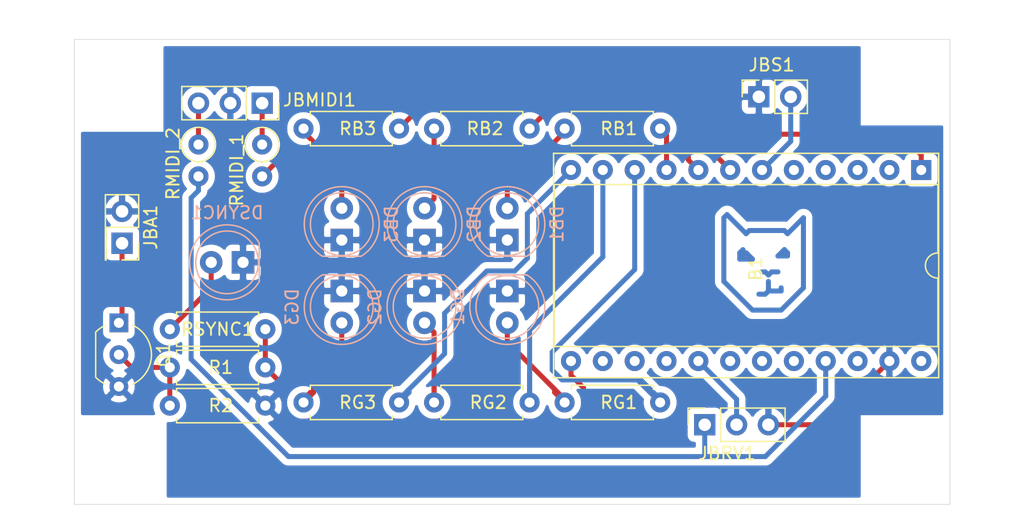
<source format=kicad_pcb>
(kicad_pcb (version 20171130) (host pcbnew "(5.1.0)-1")

  (general
    (thickness 1.6)
    (drawings 4)
    (tracks 141)
    (zones 0)
    (modules 28)
    (nets 36)
  )

  (page A4)
  (layers
    (0 F.Cu signal)
    (31 B.Cu signal)
    (32 B.Adhes user)
    (33 F.Adhes user)
    (34 B.Paste user)
    (35 F.Paste user)
    (36 B.SilkS user)
    (37 F.SilkS user)
    (38 B.Mask user)
    (39 F.Mask user)
    (40 Dwgs.User user)
    (41 Cmts.User user)
    (42 Eco1.User user)
    (43 Eco2.User user)
    (44 Edge.Cuts user hide)
    (45 Margin user hide)
    (46 B.CrtYd user)
    (47 F.CrtYd user)
    (48 B.Fab user)
    (49 F.Fab user)
  )

  (setup
    (last_trace_width 0.4)
    (trace_clearance 0.5)
    (zone_clearance 0.508)
    (zone_45_only yes)
    (trace_min 0.2)
    (via_size 0.8)
    (via_drill 0.4)
    (via_min_size 0.4)
    (via_min_drill 0.3)
    (uvia_size 0.3)
    (uvia_drill 0.1)
    (uvias_allowed no)
    (uvia_min_size 0.2)
    (uvia_min_drill 0.1)
    (edge_width 0.05)
    (segment_width 0.2)
    (pcb_text_width 0.3)
    (pcb_text_size 1.5 1.5)
    (mod_edge_width 0.12)
    (mod_text_size 1 1)
    (mod_text_width 0.15)
    (pad_size 1.524 1.524)
    (pad_drill 0.762)
    (pad_to_mask_clearance 0.051)
    (solder_mask_min_width 0.25)
    (aux_axis_origin 76.2 115.316)
    (visible_elements 7FFFFFFF)
    (pcbplotparams
      (layerselection 0x010e0_ffffffff)
      (usegerberextensions false)
      (usegerberattributes false)
      (usegerberadvancedattributes false)
      (creategerberjobfile false)
      (excludeedgelayer true)
      (linewidth 0.100000)
      (plotframeref false)
      (viasonmask false)
      (mode 1)
      (useauxorigin false)
      (hpglpennumber 1)
      (hpglpenspeed 20)
      (hpglpendiameter 15.000000)
      (psnegative false)
      (psa4output false)
      (plotreference true)
      (plotvalue true)
      (plotinvisibletext false)
      (padsonsilk false)
      (subtractmaskfromsilk false)
      (outputformat 1)
      (mirror false)
      (drillshape 0)
      (scaleselection 1)
      (outputdirectory ""))
  )

  (net 0 "")
  (net 1 "Net-(B1-Pad1)")
  (net 2 "Net-(B1-Pad13)")
  (net 3 "Net-(B1-Pad2)")
  (net 4 "Net-(B1-Pad14)")
  (net 5 "Net-(B1-Pad3)")
  (net 6 "Net-(B1-Pad15)")
  (net 7 "Net-(B1-Pad4)")
  (net 8 "Net-(B1-Pad16)")
  (net 9 "Net-(B1-Pad5)")
  (net 10 "Net-(B1-Pad17)")
  (net 11 "Net-(B1-Pad6)")
  (net 12 "Net-(B1-Pad18)")
  (net 13 "Net-(B1-Pad7)")
  (net 14 "Net-(B1-Pad19)")
  (net 15 "Net-(B1-Pad8)")
  (net 16 "Net-(B1-Pad20)")
  (net 17 "Net-(B1-Pad9)")
  (net 18 VCC)
  (net 19 "Net-(B1-Pad10)")
  (net 20 "Net-(B1-Pad22)")
  (net 21 "Net-(B1-Pad11)")
  (net 22 GND)
  (net 23 "Net-(B1-Pad12)")
  (net 24 "Net-(B1-Pad24)")
  (net 25 "Net-(DB1-Pad2)")
  (net 26 "Net-(DB2-Pad2)")
  (net 27 "Net-(DB3-Pad2)")
  (net 28 "Net-(DG1-Pad2)")
  (net 29 "Net-(DG2-Pad2)")
  (net 30 "Net-(DG3-Pad2)")
  (net 31 "Net-(DSYNC1-Pad2)")
  (net 32 "Net-(JBA1-Pad1)")
  (net 33 "Net-(JBMIDI1-Pad1)")
  (net 34 "Net-(JBMIDI1-Pad3)")
  (net 35 "Net-(Q1-Pad2)")

  (net_class Default "This is the default net class."
    (clearance 0.5)
    (trace_width 0.4)
    (via_dia 0.8)
    (via_drill 0.4)
    (uvia_dia 0.3)
    (uvia_drill 0.1)
    (add_net GND)
    (add_net "Net-(B1-Pad1)")
    (add_net "Net-(B1-Pad10)")
    (add_net "Net-(B1-Pad11)")
    (add_net "Net-(B1-Pad12)")
    (add_net "Net-(B1-Pad13)")
    (add_net "Net-(B1-Pad14)")
    (add_net "Net-(B1-Pad15)")
    (add_net "Net-(B1-Pad16)")
    (add_net "Net-(B1-Pad17)")
    (add_net "Net-(B1-Pad18)")
    (add_net "Net-(B1-Pad19)")
    (add_net "Net-(B1-Pad2)")
    (add_net "Net-(B1-Pad20)")
    (add_net "Net-(B1-Pad22)")
    (add_net "Net-(B1-Pad24)")
    (add_net "Net-(B1-Pad3)")
    (add_net "Net-(B1-Pad4)")
    (add_net "Net-(B1-Pad5)")
    (add_net "Net-(B1-Pad6)")
    (add_net "Net-(B1-Pad7)")
    (add_net "Net-(B1-Pad8)")
    (add_net "Net-(B1-Pad9)")
    (add_net "Net-(DB1-Pad2)")
    (add_net "Net-(DB2-Pad2)")
    (add_net "Net-(DB3-Pad2)")
    (add_net "Net-(DG1-Pad2)")
    (add_net "Net-(DG2-Pad2)")
    (add_net "Net-(DG3-Pad2)")
    (add_net "Net-(DSYNC1-Pad2)")
    (add_net "Net-(JBA1-Pad1)")
    (add_net "Net-(JBMIDI1-Pad1)")
    (add_net "Net-(JBMIDI1-Pad3)")
    (add_net "Net-(Q1-Pad2)")
    (add_net VCC)
  )

  (module Resistor_THT:R_Axial_DIN0207_L6.3mm_D2.5mm_P7.62mm_Horizontal (layer F.Cu) (tedit 5AE5139B) (tstamp 5F9434C9)
    (at 122.936 85.344 180)
    (descr "Resistor, Axial_DIN0207 series, Axial, Horizontal, pin pitch=7.62mm, 0.25W = 1/4W, length*diameter=6.3*2.5mm^2, http://cdn-reichelt.de/documents/datenblatt/B400/1_4W%23YAG.pdf")
    (tags "Resistor Axial_DIN0207 series Axial Horizontal pin pitch 7.62mm 0.25W = 1/4W length 6.3mm diameter 2.5mm")
    (path /5F91B206)
    (fp_text reference RB1 (at 3.302 0) (layer F.SilkS)
      (effects (font (size 1 1) (thickness 0.15)))
    )
    (fp_text value 1k (at 3.81 2.37 180) (layer F.Fab)
      (effects (font (size 1 1) (thickness 0.15)))
    )
    (fp_line (start 0.66 -1.25) (end 0.66 1.25) (layer F.Fab) (width 0.1))
    (fp_line (start 0.66 1.25) (end 6.96 1.25) (layer F.Fab) (width 0.1))
    (fp_line (start 6.96 1.25) (end 6.96 -1.25) (layer F.Fab) (width 0.1))
    (fp_line (start 6.96 -1.25) (end 0.66 -1.25) (layer F.Fab) (width 0.1))
    (fp_line (start 0 0) (end 0.66 0) (layer F.Fab) (width 0.1))
    (fp_line (start 7.62 0) (end 6.96 0) (layer F.Fab) (width 0.1))
    (fp_line (start 0.54 -1.04) (end 0.54 -1.37) (layer F.SilkS) (width 0.12))
    (fp_line (start 0.54 -1.37) (end 7.08 -1.37) (layer F.SilkS) (width 0.12))
    (fp_line (start 7.08 -1.37) (end 7.08 -1.04) (layer F.SilkS) (width 0.12))
    (fp_line (start 0.54 1.04) (end 0.54 1.37) (layer F.SilkS) (width 0.12))
    (fp_line (start 0.54 1.37) (end 7.08 1.37) (layer F.SilkS) (width 0.12))
    (fp_line (start 7.08 1.37) (end 7.08 1.04) (layer F.SilkS) (width 0.12))
    (fp_line (start -1.05 -1.5) (end -1.05 1.5) (layer F.CrtYd) (width 0.05))
    (fp_line (start -1.05 1.5) (end 8.67 1.5) (layer F.CrtYd) (width 0.05))
    (fp_line (start 8.67 1.5) (end 8.67 -1.5) (layer F.CrtYd) (width 0.05))
    (fp_line (start 8.67 -1.5) (end -1.05 -1.5) (layer F.CrtYd) (width 0.05))
    (fp_text user %R (at 3.81 0 180) (layer F.Fab)
      (effects (font (size 1 1) (thickness 0.15)))
    )
    (pad 1 thru_hole circle (at 0 0 180) (size 1.6 1.6) (drill 0.8) (layers *.Cu *.Mask)
      (net 17 "Net-(B1-Pad9)"))
    (pad 2 thru_hole oval (at 7.62 0 180) (size 1.6 1.6) (drill 0.8) (layers *.Cu *.Mask)
      (net 25 "Net-(DB1-Pad2)"))
    (model ${KISYS3DMOD}/Resistor_THT.3dshapes/R_Axial_DIN0207_L6.3mm_D2.5mm_P7.62mm_Horizontal.wrl
      (at (xyz 0 0 0))
      (scale (xyz 1 1 1))
      (rotate (xyz 0 0 0))
    )
  )

  (module Connector_PinSocket_2.54mm:PinSocket_2x01_P2.54mm_Vertical (layer F.Cu) (tedit 5A19A420) (tstamp 5F93C410)
    (at 80.01 94.488 270)
    (descr "Through hole straight socket strip, 2x01, 2.54mm pitch, double cols (from Kicad 4.0.7), script generated")
    (tags "Through hole socket strip THT 2x01 2.54mm double row")
    (path /5FC45873)
    (fp_text reference JBA1 (at -1.27 -2.286 270) (layer F.SilkS)
      (effects (font (size 1 1) (thickness 0.15)))
    )
    (fp_text value Conn_01x02_Female (at -1.27 2.77 270) (layer F.Fab)
      (effects (font (size 1 1) (thickness 0.15)))
    )
    (fp_line (start -3.81 -1.27) (end 0.635 -1.27) (layer F.Fab) (width 0.1))
    (fp_line (start 0.635 -1.27) (end 1.27 -0.635) (layer F.Fab) (width 0.1))
    (fp_line (start 1.27 -0.635) (end 1.27 1.27) (layer F.Fab) (width 0.1))
    (fp_line (start 1.27 1.27) (end -3.81 1.27) (layer F.Fab) (width 0.1))
    (fp_line (start -3.81 1.27) (end -3.81 -1.27) (layer F.Fab) (width 0.1))
    (fp_line (start -3.87 -1.33) (end -1.27 -1.33) (layer F.SilkS) (width 0.12))
    (fp_line (start -3.87 -1.33) (end -3.87 1.33) (layer F.SilkS) (width 0.12))
    (fp_line (start -3.87 1.33) (end 1.33 1.33) (layer F.SilkS) (width 0.12))
    (fp_line (start 1.33 1.27) (end 1.33 1.33) (layer F.SilkS) (width 0.12))
    (fp_line (start -1.27 1.27) (end 1.33 1.27) (layer F.SilkS) (width 0.12))
    (fp_line (start -1.27 -1.33) (end -1.27 1.27) (layer F.SilkS) (width 0.12))
    (fp_line (start 1.33 -1.33) (end 1.33 0) (layer F.SilkS) (width 0.12))
    (fp_line (start 0 -1.33) (end 1.33 -1.33) (layer F.SilkS) (width 0.12))
    (fp_line (start -4.34 -1.8) (end 1.76 -1.8) (layer F.CrtYd) (width 0.05))
    (fp_line (start 1.76 -1.8) (end 1.76 1.75) (layer F.CrtYd) (width 0.05))
    (fp_line (start 1.76 1.75) (end -4.34 1.75) (layer F.CrtYd) (width 0.05))
    (fp_line (start -4.34 1.75) (end -4.34 -1.8) (layer F.CrtYd) (width 0.05))
    (fp_text user %R (at -1.27 0 270) (layer F.Fab)
      (effects (font (size 1 1) (thickness 0.15)))
    )
    (pad 1 thru_hole rect (at 0 0 270) (size 1.7 1.7) (drill 1) (layers *.Cu *.Mask)
      (net 32 "Net-(JBA1-Pad1)"))
    (pad 2 thru_hole oval (at -2.54 0 270) (size 1.7 1.7) (drill 1) (layers *.Cu *.Mask)
      (net 22 GND))
    (model ${KISYS3DMOD}/Connector_PinSocket_2.54mm.3dshapes/PinSocket_2x01_P2.54mm_Vertical.wrl
      (at (xyz 0 0 0))
      (scale (xyz 1 1 1))
      (rotate (xyz 0 0 0))
    )
  )

  (module Resistor_THT:R_Axial_DIN0207_L6.3mm_D2.5mm_P2.54mm_Vertical (layer F.Cu) (tedit 5AE5139B) (tstamp 5F93E5DE)
    (at 86.106 86.614 270)
    (descr "Resistor, Axial_DIN0207 series, Axial, Vertical, pin pitch=2.54mm, 0.25W = 1/4W, length*diameter=6.3*2.5mm^2, http://cdn-reichelt.de/documents/datenblatt/B400/1_4W%23YAG.pdf")
    (tags "Resistor Axial_DIN0207 series Axial Vertical pin pitch 2.54mm 0.25W = 1/4W length 6.3mm diameter 2.5mm")
    (path /5FA44A8D)
    (fp_text reference RMIDI_2 (at 1.524 2.032 270) (layer F.SilkS)
      (effects (font (size 1 1) (thickness 0.15)))
    )
    (fp_text value 220 (at 3.81 2.37 270) (layer F.Fab)
      (effects (font (size 1 1) (thickness 0.15)))
    )
    (fp_text user %R (at 3.81 0 270) (layer F.Fab)
      (effects (font (size 1 1) (thickness 0.15)))
    )
    (fp_line (start 3.59 -1.5) (end -1.5 -1.5) (layer F.CrtYd) (width 0.05))
    (fp_line (start 3.59 1.5) (end 3.59 -1.5) (layer F.CrtYd) (width 0.05))
    (fp_line (start -1.5 1.5) (end 3.59 1.5) (layer F.CrtYd) (width 0.05))
    (fp_line (start -1.5 -1.5) (end -1.5 1.5) (layer F.CrtYd) (width 0.05))
    (fp_line (start 1.37 0) (end 1.44 0) (layer F.SilkS) (width 0.12))
    (fp_line (start 0 0) (end 2.54 0) (layer F.Fab) (width 0.1))
    (fp_circle (center 0 0) (end 1.37 0) (layer F.SilkS) (width 0.12))
    (fp_circle (center 0 0) (end 1.25 0) (layer F.Fab) (width 0.1))
    (pad 2 thru_hole oval (at 2.54 0 270) (size 1.6 1.6) (drill 0.8) (layers *.Cu *.Mask)
      (net 18 VCC))
    (pad 1 thru_hole circle (at 0 0 270) (size 1.6 1.6) (drill 0.8) (layers *.Cu *.Mask)
      (net 34 "Net-(JBMIDI1-Pad3)"))
    (model ${KISYS3DMOD}/Resistor_THT.3dshapes/R_Axial_DIN0207_L6.3mm_D2.5mm_P2.54mm_Vertical.wrl
      (at (xyz 0 0 0))
      (scale (xyz 1 1 1))
      (rotate (xyz 0 0 0))
    )
  )

  (module Resistor_THT:R_Axial_DIN0207_L6.3mm_D2.5mm_P2.54mm_Vertical (layer F.Cu) (tedit 5AE5139B) (tstamp 5F93E728)
    (at 91.186 86.614 270)
    (descr "Resistor, Axial_DIN0207 series, Axial, Vertical, pin pitch=2.54mm, 0.25W = 1/4W, length*diameter=6.3*2.5mm^2, http://cdn-reichelt.de/documents/datenblatt/B400/1_4W%23YAG.pdf")
    (tags "Resistor Axial_DIN0207 series Axial Vertical pin pitch 2.54mm 0.25W = 1/4W length 6.3mm diameter 2.5mm")
    (path /5FA43F26)
    (fp_text reference RMIDI_1 (at 2.032 2.032 90) (layer F.SilkS)
      (effects (font (size 1 1) (thickness 0.15)))
    )
    (fp_text value 220 (at 3.81 2.37 270) (layer F.Fab)
      (effects (font (size 1 1) (thickness 0.15)))
    )
    (fp_text user %R (at 3.81 0 270) (layer F.Fab)
      (effects (font (size 1 1) (thickness 0.15)))
    )
    (fp_line (start 3.59 -1.5) (end -1.5 -1.5) (layer F.CrtYd) (width 0.05))
    (fp_line (start 3.59 1.5) (end 3.59 -1.5) (layer F.CrtYd) (width 0.05))
    (fp_line (start -1.5 1.5) (end 3.59 1.5) (layer F.CrtYd) (width 0.05))
    (fp_line (start -1.5 -1.5) (end -1.5 1.5) (layer F.CrtYd) (width 0.05))
    (fp_line (start 1.37 0) (end 1.44 0) (layer F.SilkS) (width 0.12))
    (fp_line (start 0 0) (end 2.54 0) (layer F.Fab) (width 0.1))
    (fp_circle (center 0 0) (end 1.37 0) (layer F.SilkS) (width 0.12))
    (fp_circle (center 0 0) (end 1.25 0) (layer F.Fab) (width 0.1))
    (pad 2 thru_hole oval (at 2.54 0 270) (size 1.6 1.6) (drill 0.8) (layers *.Cu *.Mask)
      (net 1 "Net-(B1-Pad1)"))
    (pad 1 thru_hole circle (at 0 0 270) (size 1.6 1.6) (drill 0.8) (layers *.Cu *.Mask)
      (net 33 "Net-(JBMIDI1-Pad1)"))
    (model ${KISYS3DMOD}/Resistor_THT.3dshapes/R_Axial_DIN0207_L6.3mm_D2.5mm_P2.54mm_Vertical.wrl
      (at (xyz 0 0 0))
      (scale (xyz 1 1 1))
      (rotate (xyz 0 0 0))
    )
  )

  (module MountingHole:MountingHole_3.2mm_M3 (layer F.Cu) (tedit 56D1B4CB) (tstamp 5F9422EE)
    (at 79.756 82.042 180)
    (descr "Mounting Hole 3.2mm, no annular, M3")
    (tags "mounting hole 3.2mm no annular m3")
    (attr virtual)
    (fp_text reference H4 (at 0 -4.2 180) (layer F.SilkS) hide
      (effects (font (size 1 1) (thickness 0.15)))
    )
    (fp_text value MountingHole_3.2mm_M3 (at 0 4.2 180) (layer F.Fab)
      (effects (font (size 1 1) (thickness 0.15)))
    )
    (fp_circle (center 0 0) (end 3.45 0) (layer F.CrtYd) (width 0.05))
    (fp_circle (center 0 0) (end 3.2 0) (layer Cmts.User) (width 0.15))
    (fp_text user %R (at 0.3 0 180) (layer F.Fab)
      (effects (font (size 1 1) (thickness 0.15)))
    )
    (pad 1 np_thru_hole circle (at 0 0 180) (size 3.2 3.2) (drill 3.2) (layers *.Cu *.Mask))
  )

  (module MountingHole:MountingHole_3.2mm_M3 (layer F.Cu) (tedit 56D1B4CB) (tstamp 5F9421A2)
    (at 80.01 111.76 180)
    (descr "Mounting Hole 3.2mm, no annular, M3")
    (tags "mounting hole 3.2mm no annular m3")
    (attr virtual)
    (fp_text reference H3 (at 0 -4.2 180) (layer F.SilkS) hide
      (effects (font (size 1 1) (thickness 0.15)))
    )
    (fp_text value MountingHole_3.2mm_M3 (at 0 4.2 180) (layer F.Fab)
      (effects (font (size 1 1) (thickness 0.15)))
    )
    (fp_circle (center 0 0) (end 3.45 0) (layer F.CrtYd) (width 0.05))
    (fp_circle (center 0 0) (end 3.2 0) (layer Cmts.User) (width 0.15))
    (fp_text user %R (at 0.3 0 180) (layer F.Fab)
      (effects (font (size 1 1) (thickness 0.15)))
    )
    (pad 1 np_thru_hole circle (at 0 0 180) (size 3.2 3.2) (drill 3.2) (layers *.Cu *.Mask))
  )

  (module MountingHole:MountingHole_3.2mm_M3 (layer F.Cu) (tedit 56D1B4CB) (tstamp 5F94217E)
    (at 142.494 81.534 180)
    (descr "Mounting Hole 3.2mm, no annular, M3")
    (tags "mounting hole 3.2mm no annular m3")
    (attr virtual)
    (fp_text reference H2 (at 0 -4.2 180) (layer F.SilkS) hide
      (effects (font (size 1 1) (thickness 0.15)))
    )
    (fp_text value MountingHole_3.2mm_M3 (at 0 4.2 180) (layer F.Fab)
      (effects (font (size 1 1) (thickness 0.15)))
    )
    (fp_circle (center 0 0) (end 3.45 0) (layer F.CrtYd) (width 0.05))
    (fp_circle (center 0 0) (end 3.2 0) (layer Cmts.User) (width 0.15))
    (fp_text user %R (at 0.3 0 180) (layer F.Fab)
      (effects (font (size 1 1) (thickness 0.15)))
    )
    (pad 1 np_thru_hole circle (at 0 0 180) (size 3.2 3.2) (drill 3.2) (layers *.Cu *.Mask))
  )

  (module MountingHole:MountingHole_3.2mm_M3 (layer F.Cu) (tedit 56D1B4CB) (tstamp 5F941FF0)
    (at 142.494 111.76 180)
    (descr "Mounting Hole 3.2mm, no annular, M3")
    (tags "mounting hole 3.2mm no annular m3")
    (attr virtual)
    (fp_text reference H1 (at 0 -4.2 180) (layer F.SilkS) hide
      (effects (font (size 1 1) (thickness 0.15)))
    )
    (fp_text value MountingHole_3.2mm_M3 (at 0 4.2 180) (layer F.Fab)
      (effects (font (size 1 1) (thickness 0.15)))
    )
    (fp_circle (center 0 0) (end 3.45 0) (layer F.CrtYd) (width 0.05))
    (fp_circle (center 0 0) (end 3.2 0) (layer Cmts.User) (width 0.15))
    (fp_text user %R (at 0.3 0 180) (layer F.Fab)
      (effects (font (size 1 1) (thickness 0.15)))
    )
    (pad 1 np_thru_hole circle (at 0 0 180) (size 3.2 3.2) (drill 3.2) (layers *.Cu *.Mask))
  )

  (module LED_THT:LED_D5.0mm (layer B.Cu) (tedit 5995936A) (tstamp 5F93457B)
    (at 97.536 98.298 270)
    (descr "LED, diameter 5.0mm, 2 pins, http://cdn-reichelt.de/documents/datenblatt/A500/LL-504BC2E-009.pdf")
    (tags "LED diameter 5.0mm 2 pins")
    (path /5F929C0F)
    (fp_text reference DG3 (at 1.27 3.96 270) (layer B.SilkS)
      (effects (font (size 1 1) (thickness 0.15)) (justify mirror))
    )
    (fp_text value LED (at 1.27 -3.96 270) (layer B.Fab)
      (effects (font (size 1 1) (thickness 0.15)) (justify mirror))
    )
    (fp_arc (start 1.27 0) (end -1.23 1.469694) (angle -299.1) (layer B.Fab) (width 0.1))
    (fp_arc (start 1.27 0) (end -1.29 1.54483) (angle -148.9) (layer B.SilkS) (width 0.12))
    (fp_arc (start 1.27 0) (end -1.29 -1.54483) (angle 148.9) (layer B.SilkS) (width 0.12))
    (fp_circle (center 1.27 0) (end 3.77 0) (layer B.Fab) (width 0.1))
    (fp_circle (center 1.27 0) (end 3.77 0) (layer B.SilkS) (width 0.12))
    (fp_line (start -1.23 1.469694) (end -1.23 -1.469694) (layer B.Fab) (width 0.1))
    (fp_line (start -1.29 1.545) (end -1.29 -1.545) (layer B.SilkS) (width 0.12))
    (fp_line (start -1.95 3.25) (end -1.95 -3.25) (layer B.CrtYd) (width 0.05))
    (fp_line (start -1.95 -3.25) (end 4.5 -3.25) (layer B.CrtYd) (width 0.05))
    (fp_line (start 4.5 -3.25) (end 4.5 3.25) (layer B.CrtYd) (width 0.05))
    (fp_line (start 4.5 3.25) (end -1.95 3.25) (layer B.CrtYd) (width 0.05))
    (fp_text user %R (at 1.25 0 270) (layer B.Fab)
      (effects (font (size 0.8 0.8) (thickness 0.2)) (justify mirror))
    )
    (pad 1 thru_hole rect (at 0 0 270) (size 1.8 1.8) (drill 0.9) (layers *.Cu *.Mask)
      (net 22 GND))
    (pad 2 thru_hole circle (at 2.54 0 270) (size 1.8 1.8) (drill 0.9) (layers *.Cu *.Mask)
      (net 30 "Net-(DG3-Pad2)"))
    (model ${KISYS3DMOD}/LED_THT.3dshapes/LED_D5.0mm.wrl
      (at (xyz 0 0 0))
      (scale (xyz 1 1 1))
      (rotate (xyz 0 0 0))
    )
  )

  (module Connector_PinSocket_2.54mm:PinSocket_1x02_P2.54mm_Vertical (layer F.Cu) (tedit 5A19A420) (tstamp 5F939907)
    (at 130.81 82.804 90)
    (descr "Through hole straight socket strip, 1x02, 2.54mm pitch, single row (from Kicad 4.0.7), script generated")
    (tags "Through hole socket strip THT 1x02 2.54mm single row")
    (path /5FC99800)
    (fp_text reference JBS1 (at 2.54 1.016) (layer F.SilkS)
      (effects (font (size 1 1) (thickness 0.15)))
    )
    (fp_text value Conn_01x02_Female (at 0 4.87 90) (layer F.Fab)
      (effects (font (size 1 1) (thickness 0.15)))
    )
    (fp_text user %R (at 0 1.27 270) (layer F.Fab)
      (effects (font (size 1 1) (thickness 0.15)))
    )
    (fp_line (start -1.8 4.3) (end -1.8 -1.8) (layer F.CrtYd) (width 0.05))
    (fp_line (start 1.75 4.3) (end -1.8 4.3) (layer F.CrtYd) (width 0.05))
    (fp_line (start 1.75 -1.8) (end 1.75 4.3) (layer F.CrtYd) (width 0.05))
    (fp_line (start -1.8 -1.8) (end 1.75 -1.8) (layer F.CrtYd) (width 0.05))
    (fp_line (start 0 -1.33) (end 1.33 -1.33) (layer F.SilkS) (width 0.12))
    (fp_line (start 1.33 -1.33) (end 1.33 0) (layer F.SilkS) (width 0.12))
    (fp_line (start 1.33 1.27) (end 1.33 3.87) (layer F.SilkS) (width 0.12))
    (fp_line (start -1.33 3.87) (end 1.33 3.87) (layer F.SilkS) (width 0.12))
    (fp_line (start -1.33 1.27) (end -1.33 3.87) (layer F.SilkS) (width 0.12))
    (fp_line (start -1.33 1.27) (end 1.33 1.27) (layer F.SilkS) (width 0.12))
    (fp_line (start -1.27 3.81) (end -1.27 -1.27) (layer F.Fab) (width 0.1))
    (fp_line (start 1.27 3.81) (end -1.27 3.81) (layer F.Fab) (width 0.1))
    (fp_line (start 1.27 -0.635) (end 1.27 3.81) (layer F.Fab) (width 0.1))
    (fp_line (start 0.635 -1.27) (end 1.27 -0.635) (layer F.Fab) (width 0.1))
    (fp_line (start -1.27 -1.27) (end 0.635 -1.27) (layer F.Fab) (width 0.1))
    (pad 2 thru_hole oval (at 0 2.54 90) (size 1.7 1.7) (drill 1) (layers *.Cu *.Mask)
      (net 11 "Net-(B1-Pad6)"))
    (pad 1 thru_hole rect (at 0 0 90) (size 1.7 1.7) (drill 1) (layers *.Cu *.Mask)
      (net 22 GND))
    (model ${KISYS3DMOD}/Connector_PinSocket_2.54mm.3dshapes/PinSocket_1x02_P2.54mm_Vertical.wrl
      (at (xyz 0 0 0))
      (scale (xyz 1 1 1))
      (rotate (xyz 0 0 0))
    )
  )

  (module Resistor_THT:R_Axial_DIN0207_L6.3mm_D2.5mm_P7.62mm_Horizontal (layer F.Cu) (tedit 5AE5139B) (tstamp 5F94354D)
    (at 102.108 85.344 180)
    (descr "Resistor, Axial_DIN0207 series, Axial, Horizontal, pin pitch=7.62mm, 0.25W = 1/4W, length*diameter=6.3*2.5mm^2, http://cdn-reichelt.de/documents/datenblatt/B400/1_4W%23YAG.pdf")
    (tags "Resistor Axial_DIN0207 series Axial Horizontal pin pitch 7.62mm 0.25W = 1/4W length 6.3mm diameter 2.5mm")
    (path /5F91AFE6)
    (fp_text reference RB3 (at 3.302 0 180) (layer F.SilkS)
      (effects (font (size 1 1) (thickness 0.15)))
    )
    (fp_text value 1k (at 3.81 2.37 180) (layer F.Fab)
      (effects (font (size 1 1) (thickness 0.15)))
    )
    (fp_text user %R (at 3.81 0 180) (layer F.Fab)
      (effects (font (size 1 1) (thickness 0.15)))
    )
    (fp_line (start 8.67 -1.5) (end -1.05 -1.5) (layer F.CrtYd) (width 0.05))
    (fp_line (start 8.67 1.5) (end 8.67 -1.5) (layer F.CrtYd) (width 0.05))
    (fp_line (start -1.05 1.5) (end 8.67 1.5) (layer F.CrtYd) (width 0.05))
    (fp_line (start -1.05 -1.5) (end -1.05 1.5) (layer F.CrtYd) (width 0.05))
    (fp_line (start 7.08 1.37) (end 7.08 1.04) (layer F.SilkS) (width 0.12))
    (fp_line (start 0.54 1.37) (end 7.08 1.37) (layer F.SilkS) (width 0.12))
    (fp_line (start 0.54 1.04) (end 0.54 1.37) (layer F.SilkS) (width 0.12))
    (fp_line (start 7.08 -1.37) (end 7.08 -1.04) (layer F.SilkS) (width 0.12))
    (fp_line (start 0.54 -1.37) (end 7.08 -1.37) (layer F.SilkS) (width 0.12))
    (fp_line (start 0.54 -1.04) (end 0.54 -1.37) (layer F.SilkS) (width 0.12))
    (fp_line (start 7.62 0) (end 6.96 0) (layer F.Fab) (width 0.1))
    (fp_line (start 0 0) (end 0.66 0) (layer F.Fab) (width 0.1))
    (fp_line (start 6.96 -1.25) (end 0.66 -1.25) (layer F.Fab) (width 0.1))
    (fp_line (start 6.96 1.25) (end 6.96 -1.25) (layer F.Fab) (width 0.1))
    (fp_line (start 0.66 1.25) (end 6.96 1.25) (layer F.Fab) (width 0.1))
    (fp_line (start 0.66 -1.25) (end 0.66 1.25) (layer F.Fab) (width 0.1))
    (pad 2 thru_hole oval (at 7.62 0 180) (size 1.6 1.6) (drill 0.8) (layers *.Cu *.Mask)
      (net 27 "Net-(DB3-Pad2)"))
    (pad 1 thru_hole circle (at 0 0 180) (size 1.6 1.6) (drill 0.8) (layers *.Cu *.Mask)
      (net 13 "Net-(B1-Pad7)"))
    (model ${KISYS3DMOD}/Resistor_THT.3dshapes/R_Axial_DIN0207_L6.3mm_D2.5mm_P7.62mm_Horizontal.wrl
      (at (xyz 0 0 0))
      (scale (xyz 1 1 1))
      (rotate (xyz 0 0 0))
    )
  )

  (module Resistor_THT:R_Axial_DIN0207_L6.3mm_D2.5mm_P7.62mm_Horizontal (layer F.Cu) (tedit 5AE5139B) (tstamp 5F941AD2)
    (at 122.936 107.188 180)
    (descr "Resistor, Axial_DIN0207 series, Axial, Horizontal, pin pitch=7.62mm, 0.25W = 1/4W, length*diameter=6.3*2.5mm^2, http://cdn-reichelt.de/documents/datenblatt/B400/1_4W%23YAG.pdf")
    (tags "Resistor Axial_DIN0207 series Axial Horizontal pin pitch 7.62mm 0.25W = 1/4W length 6.3mm diameter 2.5mm")
    (path /5F91AD16)
    (fp_text reference RG1 (at 3.302 0) (layer F.SilkS)
      (effects (font (size 1 1) (thickness 0.15)))
    )
    (fp_text value 1k (at 3.81 2.37 180) (layer F.Fab)
      (effects (font (size 1 1) (thickness 0.15)))
    )
    (fp_line (start 0.66 -1.25) (end 0.66 1.25) (layer F.Fab) (width 0.1))
    (fp_line (start 0.66 1.25) (end 6.96 1.25) (layer F.Fab) (width 0.1))
    (fp_line (start 6.96 1.25) (end 6.96 -1.25) (layer F.Fab) (width 0.1))
    (fp_line (start 6.96 -1.25) (end 0.66 -1.25) (layer F.Fab) (width 0.1))
    (fp_line (start 0 0) (end 0.66 0) (layer F.Fab) (width 0.1))
    (fp_line (start 7.62 0) (end 6.96 0) (layer F.Fab) (width 0.1))
    (fp_line (start 0.54 -1.04) (end 0.54 -1.37) (layer F.SilkS) (width 0.12))
    (fp_line (start 0.54 -1.37) (end 7.08 -1.37) (layer F.SilkS) (width 0.12))
    (fp_line (start 7.08 -1.37) (end 7.08 -1.04) (layer F.SilkS) (width 0.12))
    (fp_line (start 0.54 1.04) (end 0.54 1.37) (layer F.SilkS) (width 0.12))
    (fp_line (start 0.54 1.37) (end 7.08 1.37) (layer F.SilkS) (width 0.12))
    (fp_line (start 7.08 1.37) (end 7.08 1.04) (layer F.SilkS) (width 0.12))
    (fp_line (start -1.05 -1.5) (end -1.05 1.5) (layer F.CrtYd) (width 0.05))
    (fp_line (start -1.05 1.5) (end 8.67 1.5) (layer F.CrtYd) (width 0.05))
    (fp_line (start 8.67 1.5) (end 8.67 -1.5) (layer F.CrtYd) (width 0.05))
    (fp_line (start 8.67 -1.5) (end -1.05 -1.5) (layer F.CrtYd) (width 0.05))
    (fp_text user %R (at 3.81 0 180) (layer F.Fab)
      (effects (font (size 1 1) (thickness 0.15)))
    )
    (pad 1 thru_hole circle (at 0 0 180) (size 1.6 1.6) (drill 0.8) (layers *.Cu *.Mask)
      (net 19 "Net-(B1-Pad10)"))
    (pad 2 thru_hole oval (at 7.62 0 180) (size 1.6 1.6) (drill 0.8) (layers *.Cu *.Mask)
      (net 28 "Net-(DG1-Pad2)"))
    (model ${KISYS3DMOD}/Resistor_THT.3dshapes/R_Axial_DIN0207_L6.3mm_D2.5mm_P7.62mm_Horizontal.wrl
      (at (xyz 0 0 0))
      (scale (xyz 1 1 1))
      (rotate (xyz 0 0 0))
    )
  )

  (module Resistor_THT:R_Axial_DIN0207_L6.3mm_D2.5mm_P7.62mm_Horizontal (layer F.Cu) (tedit 5AE5139B) (tstamp 5F94350B)
    (at 112.522 85.344 180)
    (descr "Resistor, Axial_DIN0207 series, Axial, Horizontal, pin pitch=7.62mm, 0.25W = 1/4W, length*diameter=6.3*2.5mm^2, http://cdn-reichelt.de/documents/datenblatt/B400/1_4W%23YAG.pdf")
    (tags "Resistor Axial_DIN0207 series Axial Horizontal pin pitch 7.62mm 0.25W = 1/4W length 6.3mm diameter 2.5mm")
    (path /5F91B4D6)
    (fp_text reference RB2 (at 3.556 0 180) (layer F.SilkS)
      (effects (font (size 1 1) (thickness 0.15)))
    )
    (fp_text value 1k (at 3.81 2.37 180) (layer F.Fab)
      (effects (font (size 1 1) (thickness 0.15)))
    )
    (fp_text user %R (at 3.81 0 180) (layer F.Fab)
      (effects (font (size 1 1) (thickness 0.15)))
    )
    (fp_line (start 8.67 -1.5) (end -1.05 -1.5) (layer F.CrtYd) (width 0.05))
    (fp_line (start 8.67 1.5) (end 8.67 -1.5) (layer F.CrtYd) (width 0.05))
    (fp_line (start -1.05 1.5) (end 8.67 1.5) (layer F.CrtYd) (width 0.05))
    (fp_line (start -1.05 -1.5) (end -1.05 1.5) (layer F.CrtYd) (width 0.05))
    (fp_line (start 7.08 1.37) (end 7.08 1.04) (layer F.SilkS) (width 0.12))
    (fp_line (start 0.54 1.37) (end 7.08 1.37) (layer F.SilkS) (width 0.12))
    (fp_line (start 0.54 1.04) (end 0.54 1.37) (layer F.SilkS) (width 0.12))
    (fp_line (start 7.08 -1.37) (end 7.08 -1.04) (layer F.SilkS) (width 0.12))
    (fp_line (start 0.54 -1.37) (end 7.08 -1.37) (layer F.SilkS) (width 0.12))
    (fp_line (start 0.54 -1.04) (end 0.54 -1.37) (layer F.SilkS) (width 0.12))
    (fp_line (start 7.62 0) (end 6.96 0) (layer F.Fab) (width 0.1))
    (fp_line (start 0 0) (end 0.66 0) (layer F.Fab) (width 0.1))
    (fp_line (start 6.96 -1.25) (end 0.66 -1.25) (layer F.Fab) (width 0.1))
    (fp_line (start 6.96 1.25) (end 6.96 -1.25) (layer F.Fab) (width 0.1))
    (fp_line (start 0.66 1.25) (end 6.96 1.25) (layer F.Fab) (width 0.1))
    (fp_line (start 0.66 -1.25) (end 0.66 1.25) (layer F.Fab) (width 0.1))
    (pad 2 thru_hole oval (at 7.62 0 180) (size 1.6 1.6) (drill 0.8) (layers *.Cu *.Mask)
      (net 26 "Net-(DB2-Pad2)"))
    (pad 1 thru_hole circle (at 0 0 180) (size 1.6 1.6) (drill 0.8) (layers *.Cu *.Mask)
      (net 15 "Net-(B1-Pad8)"))
    (model ${KISYS3DMOD}/Resistor_THT.3dshapes/R_Axial_DIN0207_L6.3mm_D2.5mm_P7.62mm_Horizontal.wrl
      (at (xyz 0 0 0))
      (scale (xyz 1 1 1))
      (rotate (xyz 0 0 0))
    )
  )

  (module Resistor_THT:R_Axial_DIN0207_L6.3mm_D2.5mm_P7.62mm_Horizontal (layer F.Cu) (tedit 5AE5139B) (tstamp 5F93E620)
    (at 112.522 107.188 180)
    (descr "Resistor, Axial_DIN0207 series, Axial, Horizontal, pin pitch=7.62mm, 0.25W = 1/4W, length*diameter=6.3*2.5mm^2, http://cdn-reichelt.de/documents/datenblatt/B400/1_4W%23YAG.pdf")
    (tags "Resistor Axial_DIN0207 series Axial Horizontal pin pitch 7.62mm 0.25W = 1/4W length 6.3mm diameter 2.5mm")
    (path /5F91A9DE)
    (fp_text reference RG2 (at 3.302 0 180) (layer F.SilkS)
      (effects (font (size 1 1) (thickness 0.15)))
    )
    (fp_text value 1k (at 3.81 2.37 180) (layer F.Fab)
      (effects (font (size 1 1) (thickness 0.15)))
    )
    (fp_line (start 0.66 -1.25) (end 0.66 1.25) (layer F.Fab) (width 0.1))
    (fp_line (start 0.66 1.25) (end 6.96 1.25) (layer F.Fab) (width 0.1))
    (fp_line (start 6.96 1.25) (end 6.96 -1.25) (layer F.Fab) (width 0.1))
    (fp_line (start 6.96 -1.25) (end 0.66 -1.25) (layer F.Fab) (width 0.1))
    (fp_line (start 0 0) (end 0.66 0) (layer F.Fab) (width 0.1))
    (fp_line (start 7.62 0) (end 6.96 0) (layer F.Fab) (width 0.1))
    (fp_line (start 0.54 -1.04) (end 0.54 -1.37) (layer F.SilkS) (width 0.12))
    (fp_line (start 0.54 -1.37) (end 7.08 -1.37) (layer F.SilkS) (width 0.12))
    (fp_line (start 7.08 -1.37) (end 7.08 -1.04) (layer F.SilkS) (width 0.12))
    (fp_line (start 0.54 1.04) (end 0.54 1.37) (layer F.SilkS) (width 0.12))
    (fp_line (start 0.54 1.37) (end 7.08 1.37) (layer F.SilkS) (width 0.12))
    (fp_line (start 7.08 1.37) (end 7.08 1.04) (layer F.SilkS) (width 0.12))
    (fp_line (start -1.05 -1.5) (end -1.05 1.5) (layer F.CrtYd) (width 0.05))
    (fp_line (start -1.05 1.5) (end 8.67 1.5) (layer F.CrtYd) (width 0.05))
    (fp_line (start 8.67 1.5) (end 8.67 -1.5) (layer F.CrtYd) (width 0.05))
    (fp_line (start 8.67 -1.5) (end -1.05 -1.5) (layer F.CrtYd) (width 0.05))
    (fp_text user %R (at 3.81 0 180) (layer F.Fab)
      (effects (font (size 1 1) (thickness 0.15)))
    )
    (pad 1 thru_hole circle (at 0 0 180) (size 1.6 1.6) (drill 0.8) (layers *.Cu *.Mask)
      (net 21 "Net-(B1-Pad11)"))
    (pad 2 thru_hole oval (at 7.62 0 180) (size 1.6 1.6) (drill 0.8) (layers *.Cu *.Mask)
      (net 29 "Net-(DG2-Pad2)"))
    (model ${KISYS3DMOD}/Resistor_THT.3dshapes/R_Axial_DIN0207_L6.3mm_D2.5mm_P7.62mm_Horizontal.wrl
      (at (xyz 0 0 0))
      (scale (xyz 1 1 1))
      (rotate (xyz 0 0 0))
    )
  )

  (module Resistor_THT:R_Axial_DIN0207_L6.3mm_D2.5mm_P7.62mm_Horizontal (layer F.Cu) (tedit 5AE5139B) (tstamp 5F93E59C)
    (at 102.108 107.188 180)
    (descr "Resistor, Axial_DIN0207 series, Axial, Horizontal, pin pitch=7.62mm, 0.25W = 1/4W, length*diameter=6.3*2.5mm^2, http://cdn-reichelt.de/documents/datenblatt/B400/1_4W%23YAG.pdf")
    (tags "Resistor Axial_DIN0207 series Axial Horizontal pin pitch 7.62mm 0.25W = 1/4W length 6.3mm diameter 2.5mm")
    (path /5F91948D)
    (fp_text reference RG3 (at 3.302 0 180) (layer F.SilkS)
      (effects (font (size 1 1) (thickness 0.15)))
    )
    (fp_text value 1k (at 3.81 2.37 180) (layer F.Fab)
      (effects (font (size 1 1) (thickness 0.15)))
    )
    (fp_text user %R (at 3.81 0 180) (layer F.Fab)
      (effects (font (size 1 1) (thickness 0.15)))
    )
    (fp_line (start 8.67 -1.5) (end -1.05 -1.5) (layer F.CrtYd) (width 0.05))
    (fp_line (start 8.67 1.5) (end 8.67 -1.5) (layer F.CrtYd) (width 0.05))
    (fp_line (start -1.05 1.5) (end 8.67 1.5) (layer F.CrtYd) (width 0.05))
    (fp_line (start -1.05 -1.5) (end -1.05 1.5) (layer F.CrtYd) (width 0.05))
    (fp_line (start 7.08 1.37) (end 7.08 1.04) (layer F.SilkS) (width 0.12))
    (fp_line (start 0.54 1.37) (end 7.08 1.37) (layer F.SilkS) (width 0.12))
    (fp_line (start 0.54 1.04) (end 0.54 1.37) (layer F.SilkS) (width 0.12))
    (fp_line (start 7.08 -1.37) (end 7.08 -1.04) (layer F.SilkS) (width 0.12))
    (fp_line (start 0.54 -1.37) (end 7.08 -1.37) (layer F.SilkS) (width 0.12))
    (fp_line (start 0.54 -1.04) (end 0.54 -1.37) (layer F.SilkS) (width 0.12))
    (fp_line (start 7.62 0) (end 6.96 0) (layer F.Fab) (width 0.1))
    (fp_line (start 0 0) (end 0.66 0) (layer F.Fab) (width 0.1))
    (fp_line (start 6.96 -1.25) (end 0.66 -1.25) (layer F.Fab) (width 0.1))
    (fp_line (start 6.96 1.25) (end 6.96 -1.25) (layer F.Fab) (width 0.1))
    (fp_line (start 0.66 1.25) (end 6.96 1.25) (layer F.Fab) (width 0.1))
    (fp_line (start 0.66 -1.25) (end 0.66 1.25) (layer F.Fab) (width 0.1))
    (pad 2 thru_hole oval (at 7.62 0 180) (size 1.6 1.6) (drill 0.8) (layers *.Cu *.Mask)
      (net 30 "Net-(DG3-Pad2)"))
    (pad 1 thru_hole circle (at 0 0 180) (size 1.6 1.6) (drill 0.8) (layers *.Cu *.Mask)
      (net 23 "Net-(B1-Pad12)"))
    (model ${KISYS3DMOD}/Resistor_THT.3dshapes/R_Axial_DIN0207_L6.3mm_D2.5mm_P7.62mm_Horizontal.wrl
      (at (xyz 0 0 0))
      (scale (xyz 1 1 1))
      (rotate (xyz 0 0 0))
    )
  )

  (module Resistor_THT:R_Axial_DIN0207_L6.3mm_D2.5mm_P7.62mm_Horizontal (layer F.Cu) (tedit 5AE5139B) (tstamp 5F93DE3D)
    (at 91.44 107.442 180)
    (descr "Resistor, Axial_DIN0207 series, Axial, Horizontal, pin pitch=7.62mm, 0.25W = 1/4W, length*diameter=6.3*2.5mm^2, http://cdn-reichelt.de/documents/datenblatt/B400/1_4W%23YAG.pdf")
    (tags "Resistor Axial_DIN0207 series Axial Horizontal pin pitch 7.62mm 0.25W = 1/4W length 6.3mm diameter 2.5mm")
    (path /5F97F0A2)
    (fp_text reference R2 (at 3.556 0 180) (layer F.SilkS)
      (effects (font (size 1 1) (thickness 0.15)))
    )
    (fp_text value 4.7k (at 3.81 2.37 180) (layer F.Fab)
      (effects (font (size 1 1) (thickness 0.15)))
    )
    (fp_line (start 0.66 -1.25) (end 0.66 1.25) (layer F.Fab) (width 0.1))
    (fp_line (start 0.66 1.25) (end 6.96 1.25) (layer F.Fab) (width 0.1))
    (fp_line (start 6.96 1.25) (end 6.96 -1.25) (layer F.Fab) (width 0.1))
    (fp_line (start 6.96 -1.25) (end 0.66 -1.25) (layer F.Fab) (width 0.1))
    (fp_line (start 0 0) (end 0.66 0) (layer F.Fab) (width 0.1))
    (fp_line (start 7.62 0) (end 6.96 0) (layer F.Fab) (width 0.1))
    (fp_line (start 0.54 -1.04) (end 0.54 -1.37) (layer F.SilkS) (width 0.12))
    (fp_line (start 0.54 -1.37) (end 7.08 -1.37) (layer F.SilkS) (width 0.12))
    (fp_line (start 7.08 -1.37) (end 7.08 -1.04) (layer F.SilkS) (width 0.12))
    (fp_line (start 0.54 1.04) (end 0.54 1.37) (layer F.SilkS) (width 0.12))
    (fp_line (start 0.54 1.37) (end 7.08 1.37) (layer F.SilkS) (width 0.12))
    (fp_line (start 7.08 1.37) (end 7.08 1.04) (layer F.SilkS) (width 0.12))
    (fp_line (start -1.05 -1.5) (end -1.05 1.5) (layer F.CrtYd) (width 0.05))
    (fp_line (start -1.05 1.5) (end 8.67 1.5) (layer F.CrtYd) (width 0.05))
    (fp_line (start 8.67 1.5) (end 8.67 -1.5) (layer F.CrtYd) (width 0.05))
    (fp_line (start 8.67 -1.5) (end -1.05 -1.5) (layer F.CrtYd) (width 0.05))
    (fp_text user %R (at 3.81 0 180) (layer F.Fab)
      (effects (font (size 1 1) (thickness 0.15)))
    )
    (pad 1 thru_hole circle (at 0 0 180) (size 1.6 1.6) (drill 0.8) (layers *.Cu *.Mask)
      (net 22 GND))
    (pad 2 thru_hole oval (at 7.62 0 180) (size 1.6 1.6) (drill 0.8) (layers *.Cu *.Mask)
      (net 35 "Net-(Q1-Pad2)"))
    (model ${KISYS3DMOD}/Resistor_THT.3dshapes/R_Axial_DIN0207_L6.3mm_D2.5mm_P7.62mm_Horizontal.wrl
      (at (xyz 0 0 0))
      (scale (xyz 1 1 1))
      (rotate (xyz 0 0 0))
    )
  )

  (module Package_TO_SOT_THT:TO-92_Inline_Wide (layer F.Cu) (tedit 5A02FF81) (tstamp 5F9345FB)
    (at 79.756 100.838 270)
    (descr "TO-92 leads in-line, wide, drill 0.75mm (see NXP sot054_po.pdf)")
    (tags "to-92 sc-43 sc-43a sot54 PA33 transistor")
    (path /5F980C59)
    (fp_text reference Q1 (at 2.54 -3.56 270) (layer F.SilkS)
      (effects (font (size 1 1) (thickness 0.15)))
    )
    (fp_text value TRANS_NPN-P2N2222A (at 2.54 2.79 270) (layer F.Fab)
      (effects (font (size 1 1) (thickness 0.15)))
    )
    (fp_arc (start 2.54 0) (end 4.34 1.85) (angle -20) (layer F.SilkS) (width 0.12))
    (fp_arc (start 2.54 0) (end 2.54 -2.48) (angle -135) (layer F.Fab) (width 0.1))
    (fp_arc (start 2.54 0) (end 2.54 -2.48) (angle 135) (layer F.Fab) (width 0.1))
    (fp_arc (start 2.54 0) (end 2.54 -2.6) (angle 65) (layer F.SilkS) (width 0.12))
    (fp_arc (start 2.54 0) (end 2.54 -2.6) (angle -65) (layer F.SilkS) (width 0.12))
    (fp_arc (start 2.54 0) (end 0.74 1.85) (angle 20) (layer F.SilkS) (width 0.12))
    (fp_line (start 6.09 2.01) (end -1.01 2.01) (layer F.CrtYd) (width 0.05))
    (fp_line (start 6.09 2.01) (end 6.09 -2.73) (layer F.CrtYd) (width 0.05))
    (fp_line (start -1.01 -2.73) (end -1.01 2.01) (layer F.CrtYd) (width 0.05))
    (fp_line (start -1.01 -2.73) (end 6.09 -2.73) (layer F.CrtYd) (width 0.05))
    (fp_line (start 0.8 1.75) (end 4.3 1.75) (layer F.Fab) (width 0.1))
    (fp_line (start 0.74 1.85) (end 4.34 1.85) (layer F.SilkS) (width 0.12))
    (fp_text user %R (at 2.54 -3.56 270) (layer F.Fab)
      (effects (font (size 1 1) (thickness 0.15)))
    )
    (pad 1 thru_hole rect (at 0 0) (size 1.5 1.5) (drill 0.8) (layers *.Cu *.Mask)
      (net 32 "Net-(JBA1-Pad1)"))
    (pad 3 thru_hole circle (at 5.08 0) (size 1.5 1.5) (drill 0.8) (layers *.Cu *.Mask)
      (net 22 GND))
    (pad 2 thru_hole circle (at 2.54 0) (size 1.5 1.5) (drill 0.8) (layers *.Cu *.Mask)
      (net 35 "Net-(Q1-Pad2)"))
    (model ${KISYS3DMOD}/Package_TO_SOT_THT.3dshapes/TO-92_Inline_Wide.wrl
      (at (xyz 0 0 0))
      (scale (xyz 1 1 1))
      (rotate (xyz 0 0 0))
    )
  )

  (module Package_DIP:DIP-24_W15.24mm_Socket (layer F.Cu) (tedit 5A02E8C5) (tstamp 5F940DE5)
    (at 143.764 88.646 270)
    (descr "24-lead though-hole mounted DIP package, row spacing 15.24 mm (600 mils), Socket")
    (tags "THT DIP DIL PDIP 2.54mm 15.24mm 600mil Socket")
    (path /5F9AA0B6)
    (fp_text reference B1 (at 7.874 13.208 270) (layer F.SilkS)
      (effects (font (size 1 1) (thickness 0.15)))
    )
    (fp_text value SPARKFUN_PRO_MICRO (at 7.62 30.27 270) (layer F.Fab)
      (effects (font (size 1 1) (thickness 0.15)))
    )
    (fp_arc (start 7.62 -1.33) (end 6.62 -1.33) (angle -180) (layer F.SilkS) (width 0.12))
    (fp_line (start 1.255 -1.27) (end 14.985 -1.27) (layer F.Fab) (width 0.1))
    (fp_line (start 14.985 -1.27) (end 14.985 29.21) (layer F.Fab) (width 0.1))
    (fp_line (start 14.985 29.21) (end 0.255 29.21) (layer F.Fab) (width 0.1))
    (fp_line (start 0.255 29.21) (end 0.255 -0.27) (layer F.Fab) (width 0.1))
    (fp_line (start 0.255 -0.27) (end 1.255 -1.27) (layer F.Fab) (width 0.1))
    (fp_line (start -1.27 -1.33) (end -1.27 29.27) (layer F.Fab) (width 0.1))
    (fp_line (start -1.27 29.27) (end 16.51 29.27) (layer F.Fab) (width 0.1))
    (fp_line (start 16.51 29.27) (end 16.51 -1.33) (layer F.Fab) (width 0.1))
    (fp_line (start 16.51 -1.33) (end -1.27 -1.33) (layer F.Fab) (width 0.1))
    (fp_line (start 6.62 -1.33) (end 1.16 -1.33) (layer F.SilkS) (width 0.12))
    (fp_line (start 1.16 -1.33) (end 1.16 29.27) (layer F.SilkS) (width 0.12))
    (fp_line (start 1.16 29.27) (end 14.08 29.27) (layer F.SilkS) (width 0.12))
    (fp_line (start 14.08 29.27) (end 14.08 -1.33) (layer F.SilkS) (width 0.12))
    (fp_line (start 14.08 -1.33) (end 8.62 -1.33) (layer F.SilkS) (width 0.12))
    (fp_line (start -1.33 -1.39) (end -1.33 29.33) (layer F.SilkS) (width 0.12))
    (fp_line (start -1.33 29.33) (end 16.57 29.33) (layer F.SilkS) (width 0.12))
    (fp_line (start 16.57 29.33) (end 16.57 -1.39) (layer F.SilkS) (width 0.12))
    (fp_line (start 16.57 -1.39) (end -1.33 -1.39) (layer F.SilkS) (width 0.12))
    (fp_line (start -1.55 -1.6) (end -1.55 29.55) (layer F.CrtYd) (width 0.05))
    (fp_line (start -1.55 29.55) (end 16.8 29.55) (layer F.CrtYd) (width 0.05))
    (fp_line (start 16.8 29.55) (end 16.8 -1.6) (layer F.CrtYd) (width 0.05))
    (fp_line (start 16.8 -1.6) (end -1.55 -1.6) (layer F.CrtYd) (width 0.05))
    (fp_text user %R (at 7.62 13.97 270) (layer F.Fab)
      (effects (font (size 1 1) (thickness 0.15)))
    )
    (pad 1 thru_hole rect (at 0 0 270) (size 1.6 1.6) (drill 0.8) (layers *.Cu *.Mask)
      (net 1 "Net-(B1-Pad1)"))
    (pad 13 thru_hole oval (at 15.24 27.94 270) (size 1.6 1.6) (drill 0.8) (layers *.Cu *.Mask)
      (net 2 "Net-(B1-Pad13)"))
    (pad 2 thru_hole oval (at 0 2.54 270) (size 1.6 1.6) (drill 0.8) (layers *.Cu *.Mask)
      (net 3 "Net-(B1-Pad2)"))
    (pad 14 thru_hole oval (at 15.24 25.4 270) (size 1.6 1.6) (drill 0.8) (layers *.Cu *.Mask)
      (net 4 "Net-(B1-Pad14)"))
    (pad 3 thru_hole oval (at 0 5.08 270) (size 1.6 1.6) (drill 0.8) (layers *.Cu *.Mask)
      (net 5 "Net-(B1-Pad3)"))
    (pad 15 thru_hole oval (at 15.24 22.86 270) (size 1.6 1.6) (drill 0.8) (layers *.Cu *.Mask)
      (net 6 "Net-(B1-Pad15)"))
    (pad 4 thru_hole oval (at 0 7.62 270) (size 1.6 1.6) (drill 0.8) (layers *.Cu *.Mask)
      (net 7 "Net-(B1-Pad4)"))
    (pad 16 thru_hole oval (at 15.24 20.32 270) (size 1.6 1.6) (drill 0.8) (layers *.Cu *.Mask)
      (net 8 "Net-(B1-Pad16)"))
    (pad 5 thru_hole oval (at 0 10.16 270) (size 1.6 1.6) (drill 0.8) (layers *.Cu *.Mask)
      (net 9 "Net-(B1-Pad5)"))
    (pad 17 thru_hole oval (at 15.24 17.78 270) (size 1.6 1.6) (drill 0.8) (layers *.Cu *.Mask)
      (net 10 "Net-(B1-Pad17)"))
    (pad 6 thru_hole oval (at 0 12.7 270) (size 1.6 1.6) (drill 0.8) (layers *.Cu *.Mask)
      (net 11 "Net-(B1-Pad6)"))
    (pad 18 thru_hole oval (at 15.24 15.24 270) (size 1.6 1.6) (drill 0.8) (layers *.Cu *.Mask)
      (net 12 "Net-(B1-Pad18)"))
    (pad 7 thru_hole oval (at 0 15.24 270) (size 1.6 1.6) (drill 0.8) (layers *.Cu *.Mask)
      (net 13 "Net-(B1-Pad7)"))
    (pad 19 thru_hole oval (at 15.24 12.7 270) (size 1.6 1.6) (drill 0.8) (layers *.Cu *.Mask)
      (net 14 "Net-(B1-Pad19)"))
    (pad 8 thru_hole oval (at 0 17.78 270) (size 1.6 1.6) (drill 0.8) (layers *.Cu *.Mask)
      (net 15 "Net-(B1-Pad8)"))
    (pad 20 thru_hole oval (at 15.24 10.16 270) (size 1.6 1.6) (drill 0.8) (layers *.Cu *.Mask)
      (net 16 "Net-(B1-Pad20)"))
    (pad 9 thru_hole oval (at 0 20.32 270) (size 1.6 1.6) (drill 0.8) (layers *.Cu *.Mask)
      (net 17 "Net-(B1-Pad9)"))
    (pad 21 thru_hole oval (at 15.24 7.62 270) (size 1.6 1.6) (drill 0.8) (layers *.Cu *.Mask)
      (net 18 VCC))
    (pad 10 thru_hole oval (at 0 22.86 270) (size 1.6 1.6) (drill 0.8) (layers *.Cu *.Mask)
      (net 19 "Net-(B1-Pad10)"))
    (pad 22 thru_hole oval (at 15.24 5.08 270) (size 1.6 1.6) (drill 0.8) (layers *.Cu *.Mask)
      (net 20 "Net-(B1-Pad22)"))
    (pad 11 thru_hole oval (at 0 25.4 270) (size 1.6 1.6) (drill 0.8) (layers *.Cu *.Mask)
      (net 21 "Net-(B1-Pad11)"))
    (pad 23 thru_hole oval (at 15.24 2.54 270) (size 1.6 1.6) (drill 0.8) (layers *.Cu *.Mask)
      (net 22 GND))
    (pad 12 thru_hole oval (at 0 27.94 270) (size 1.6 1.6) (drill 0.8) (layers *.Cu *.Mask)
      (net 23 "Net-(B1-Pad12)"))
    (pad 24 thru_hole oval (at 15.24 0 270) (size 1.6 1.6) (drill 0.8) (layers *.Cu *.Mask)
      (net 24 "Net-(B1-Pad24)"))
    (model ${KISYS3DMOD}/Package_DIP.3dshapes/DIP-24_W15.24mm_Socket.wrl
      (at (xyz 0 0 0))
      (scale (xyz 1 1 1))
      (rotate (xyz 0 0 0))
    )
  )

  (module LED_THT:LED_D5.0mm (layer B.Cu) (tedit 5995936A) (tstamp 5F941707)
    (at 110.744 94.234 90)
    (descr "LED, diameter 5.0mm, 2 pins, http://cdn-reichelt.de/documents/datenblatt/A500/LL-504BC2E-009.pdf")
    (tags "LED diameter 5.0mm 2 pins")
    (path /5F91F5AE)
    (fp_text reference DB1 (at 1.27 3.96 90) (layer B.SilkS)
      (effects (font (size 1 1) (thickness 0.15)) (justify mirror))
    )
    (fp_text value BLUE (at 1.27 -3.96 90) (layer B.Fab)
      (effects (font (size 1 1) (thickness 0.15)) (justify mirror))
    )
    (fp_text user %R (at 1.25 0 90) (layer B.Fab)
      (effects (font (size 0.8 0.8) (thickness 0.2)) (justify mirror))
    )
    (fp_line (start 4.5 3.25) (end -1.95 3.25) (layer B.CrtYd) (width 0.05))
    (fp_line (start 4.5 -3.25) (end 4.5 3.25) (layer B.CrtYd) (width 0.05))
    (fp_line (start -1.95 -3.25) (end 4.5 -3.25) (layer B.CrtYd) (width 0.05))
    (fp_line (start -1.95 3.25) (end -1.95 -3.25) (layer B.CrtYd) (width 0.05))
    (fp_line (start -1.29 1.545) (end -1.29 -1.545) (layer B.SilkS) (width 0.12))
    (fp_line (start -1.23 1.469694) (end -1.23 -1.469694) (layer B.Fab) (width 0.1))
    (fp_circle (center 1.27 0) (end 3.77 0) (layer B.SilkS) (width 0.12))
    (fp_circle (center 1.27 0) (end 3.77 0) (layer B.Fab) (width 0.1))
    (fp_arc (start 1.27 0) (end -1.29 -1.54483) (angle 148.9) (layer B.SilkS) (width 0.12))
    (fp_arc (start 1.27 0) (end -1.29 1.54483) (angle -148.9) (layer B.SilkS) (width 0.12))
    (fp_arc (start 1.27 0) (end -1.23 1.469694) (angle -299.1) (layer B.Fab) (width 0.1))
    (pad 2 thru_hole circle (at 2.54 0 90) (size 1.8 1.8) (drill 0.9) (layers *.Cu *.Mask)
      (net 25 "Net-(DB1-Pad2)"))
    (pad 1 thru_hole rect (at 0 0 90) (size 1.8 1.8) (drill 0.9) (layers *.Cu *.Mask)
      (net 22 GND))
    (model ${KISYS3DMOD}/LED_THT.3dshapes/LED_D5.0mm.wrl
      (at (xyz 0 0 0))
      (scale (xyz 1 1 1))
      (rotate (xyz 0 0 0))
    )
  )

  (module LED_THT:LED_D5.0mm (layer B.Cu) (tedit 5995936A) (tstamp 5F93FAD1)
    (at 104.14 94.234 90)
    (descr "LED, diameter 5.0mm, 2 pins, http://cdn-reichelt.de/documents/datenblatt/A500/LL-504BC2E-009.pdf")
    (tags "LED diameter 5.0mm 2 pins")
    (path /5F91F818)
    (fp_text reference DB2 (at 1.27 3.96 90) (layer B.SilkS)
      (effects (font (size 1 1) (thickness 0.15)) (justify mirror))
    )
    (fp_text value BLUE (at 1.27 -3.96 90) (layer B.Fab)
      (effects (font (size 1 1) (thickness 0.15)) (justify mirror))
    )
    (fp_text user %R (at 1.25 0 90) (layer B.Fab)
      (effects (font (size 0.8 0.8) (thickness 0.2)) (justify mirror))
    )
    (fp_line (start 4.5 3.25) (end -1.95 3.25) (layer B.CrtYd) (width 0.05))
    (fp_line (start 4.5 -3.25) (end 4.5 3.25) (layer B.CrtYd) (width 0.05))
    (fp_line (start -1.95 -3.25) (end 4.5 -3.25) (layer B.CrtYd) (width 0.05))
    (fp_line (start -1.95 3.25) (end -1.95 -3.25) (layer B.CrtYd) (width 0.05))
    (fp_line (start -1.29 1.545) (end -1.29 -1.545) (layer B.SilkS) (width 0.12))
    (fp_line (start -1.23 1.469694) (end -1.23 -1.469694) (layer B.Fab) (width 0.1))
    (fp_circle (center 1.27 0) (end 3.77 0) (layer B.SilkS) (width 0.12))
    (fp_circle (center 1.27 0) (end 3.77 0) (layer B.Fab) (width 0.1))
    (fp_arc (start 1.27 0) (end -1.29 -1.54483) (angle 148.9) (layer B.SilkS) (width 0.12))
    (fp_arc (start 1.27 0) (end -1.29 1.54483) (angle -148.9) (layer B.SilkS) (width 0.12))
    (fp_arc (start 1.27 0) (end -1.23 1.469694) (angle -299.1) (layer B.Fab) (width 0.1))
    (pad 2 thru_hole circle (at 2.54 0 90) (size 1.8 1.8) (drill 0.9) (layers *.Cu *.Mask)
      (net 26 "Net-(DB2-Pad2)"))
    (pad 1 thru_hole rect (at 0 0 90) (size 1.8 1.8) (drill 0.9) (layers *.Cu *.Mask)
      (net 22 GND))
    (model ${KISYS3DMOD}/LED_THT.3dshapes/LED_D5.0mm.wrl
      (at (xyz 0 0 0))
      (scale (xyz 1 1 1))
      (rotate (xyz 0 0 0))
    )
  )

  (module LED_THT:LED_D5.0mm (layer B.Cu) (tedit 5995936A) (tstamp 5F935870)
    (at 97.536 94.234 90)
    (descr "LED, diameter 5.0mm, 2 pins, http://cdn-reichelt.de/documents/datenblatt/A500/LL-504BC2E-009.pdf")
    (tags "LED diameter 5.0mm 2 pins")
    (path /5F91E972)
    (fp_text reference DB3 (at 1.27 3.96 90) (layer B.SilkS)
      (effects (font (size 1 1) (thickness 0.15)) (justify mirror))
    )
    (fp_text value BLUE (at 1.27 -3.96 90) (layer B.Fab)
      (effects (font (size 1 1) (thickness 0.15)) (justify mirror))
    )
    (fp_arc (start 1.27 0) (end -1.23 1.469694) (angle -299.1) (layer B.Fab) (width 0.1))
    (fp_arc (start 1.27 0) (end -1.29 1.54483) (angle -148.9) (layer B.SilkS) (width 0.12))
    (fp_arc (start 1.27 0) (end -1.29 -1.54483) (angle 148.9) (layer B.SilkS) (width 0.12))
    (fp_circle (center 1.27 0) (end 3.77 0) (layer B.Fab) (width 0.1))
    (fp_circle (center 1.27 0) (end 3.77 0) (layer B.SilkS) (width 0.12))
    (fp_line (start -1.23 1.469694) (end -1.23 -1.469694) (layer B.Fab) (width 0.1))
    (fp_line (start -1.29 1.545) (end -1.29 -1.545) (layer B.SilkS) (width 0.12))
    (fp_line (start -1.95 3.25) (end -1.95 -3.25) (layer B.CrtYd) (width 0.05))
    (fp_line (start -1.95 -3.25) (end 4.5 -3.25) (layer B.CrtYd) (width 0.05))
    (fp_line (start 4.5 -3.25) (end 4.5 3.25) (layer B.CrtYd) (width 0.05))
    (fp_line (start 4.5 3.25) (end -1.95 3.25) (layer B.CrtYd) (width 0.05))
    (fp_text user %R (at 1.25 0 90) (layer B.Fab)
      (effects (font (size 0.8 0.8) (thickness 0.2)) (justify mirror))
    )
    (pad 1 thru_hole rect (at 0 0 90) (size 1.8 1.8) (drill 0.9) (layers *.Cu *.Mask)
      (net 22 GND))
    (pad 2 thru_hole circle (at 2.54 0 90) (size 1.8 1.8) (drill 0.9) (layers *.Cu *.Mask)
      (net 27 "Net-(DB3-Pad2)"))
    (model ${KISYS3DMOD}/LED_THT.3dshapes/LED_D5.0mm.wrl
      (at (xyz 0 0 0))
      (scale (xyz 1 1 1))
      (rotate (xyz 0 0 0))
    )
  )

  (module LED_THT:LED_D5.0mm (layer B.Cu) (tedit 5995936A) (tstamp 5F938305)
    (at 110.744 98.298 270)
    (descr "LED, diameter 5.0mm, 2 pins, http://cdn-reichelt.de/documents/datenblatt/A500/LL-504BC2E-009.pdf")
    (tags "LED diameter 5.0mm 2 pins")
    (path /5F927A5E)
    (fp_text reference DG1 (at 1.27 3.96 270) (layer B.SilkS)
      (effects (font (size 1 1) (thickness 0.15)) (justify mirror))
    )
    (fp_text value LED (at 1.27 -3.96 270) (layer B.Fab)
      (effects (font (size 1 1) (thickness 0.15)) (justify mirror))
    )
    (fp_arc (start 1.27 0) (end -1.23 1.469694) (angle -299.1) (layer B.Fab) (width 0.1))
    (fp_arc (start 1.27 0) (end -1.29 1.54483) (angle -148.9) (layer B.SilkS) (width 0.12))
    (fp_arc (start 1.27 0) (end -1.29 -1.54483) (angle 148.9) (layer B.SilkS) (width 0.12))
    (fp_circle (center 1.27 0) (end 3.77 0) (layer B.Fab) (width 0.1))
    (fp_circle (center 1.27 0) (end 3.77 0) (layer B.SilkS) (width 0.12))
    (fp_line (start -1.23 1.469694) (end -1.23 -1.469694) (layer B.Fab) (width 0.1))
    (fp_line (start -1.29 1.545) (end -1.29 -1.545) (layer B.SilkS) (width 0.12))
    (fp_line (start -1.95 3.25) (end -1.95 -3.25) (layer B.CrtYd) (width 0.05))
    (fp_line (start -1.95 -3.25) (end 4.5 -3.25) (layer B.CrtYd) (width 0.05))
    (fp_line (start 4.5 -3.25) (end 4.5 3.25) (layer B.CrtYd) (width 0.05))
    (fp_line (start 4.5 3.25) (end -1.95 3.25) (layer B.CrtYd) (width 0.05))
    (fp_text user %R (at 1.25 0 270) (layer F.Fab)
      (effects (font (size 0.8 0.8) (thickness 0.2)))
    )
    (pad 1 thru_hole rect (at 0 0 270) (size 1.8 1.8) (drill 0.9) (layers *.Cu *.Mask)
      (net 22 GND))
    (pad 2 thru_hole circle (at 2.54 0 270) (size 1.8 1.8) (drill 0.9) (layers *.Cu *.Mask)
      (net 28 "Net-(DG1-Pad2)"))
    (model ${KISYS3DMOD}/LED_THT.3dshapes/LED_D5.0mm.wrl
      (at (xyz 0 0 0))
      (scale (xyz 1 1 1))
      (rotate (xyz 0 0 0))
    )
  )

  (module LED_THT:LED_D5.0mm (layer B.Cu) (tedit 5995936A) (tstamp 5F934569)
    (at 104.14 98.298 270)
    (descr "LED, diameter 5.0mm, 2 pins, http://cdn-reichelt.de/documents/datenblatt/A500/LL-504BC2E-009.pdf")
    (tags "LED diameter 5.0mm 2 pins")
    (path /5F929897)
    (fp_text reference DG2 (at 1.27 3.96 270) (layer B.SilkS)
      (effects (font (size 1 1) (thickness 0.15)) (justify mirror))
    )
    (fp_text value LED (at 1.27 -3.96 270) (layer B.Fab)
      (effects (font (size 1 1) (thickness 0.15)) (justify mirror))
    )
    (fp_text user %R (at 1.25 0 270) (layer B.Fab)
      (effects (font (size 0.8 0.8) (thickness 0.2)) (justify mirror))
    )
    (fp_line (start 4.5 3.25) (end -1.95 3.25) (layer B.CrtYd) (width 0.05))
    (fp_line (start 4.5 -3.25) (end 4.5 3.25) (layer B.CrtYd) (width 0.05))
    (fp_line (start -1.95 -3.25) (end 4.5 -3.25) (layer B.CrtYd) (width 0.05))
    (fp_line (start -1.95 3.25) (end -1.95 -3.25) (layer B.CrtYd) (width 0.05))
    (fp_line (start -1.29 1.545) (end -1.29 -1.545) (layer B.SilkS) (width 0.12))
    (fp_line (start -1.23 1.469694) (end -1.23 -1.469694) (layer B.Fab) (width 0.1))
    (fp_circle (center 1.27 0) (end 3.77 0) (layer B.SilkS) (width 0.12))
    (fp_circle (center 1.27 0) (end 3.77 0) (layer B.Fab) (width 0.1))
    (fp_arc (start 1.27 0) (end -1.29 -1.54483) (angle 148.9) (layer B.SilkS) (width 0.12))
    (fp_arc (start 1.27 0) (end -1.29 1.54483) (angle -148.9) (layer B.SilkS) (width 0.12))
    (fp_arc (start 1.27 0) (end -1.23 1.469694) (angle -299.1) (layer B.Fab) (width 0.1))
    (pad 2 thru_hole circle (at 2.54 0 270) (size 1.8 1.8) (drill 0.9) (layers *.Cu *.Mask)
      (net 29 "Net-(DG2-Pad2)"))
    (pad 1 thru_hole rect (at 0 0 270) (size 1.8 1.8) (drill 0.9) (layers *.Cu *.Mask)
      (net 22 GND))
    (model ${KISYS3DMOD}/LED_THT.3dshapes/LED_D5.0mm.wrl
      (at (xyz 0 0 0))
      (scale (xyz 1 1 1))
      (rotate (xyz 0 0 0))
    )
  )

  (module LED_THT:LED_D5.0mm (layer B.Cu) (tedit 5995936A) (tstamp 5F93A4AF)
    (at 89.662 96.012 180)
    (descr "LED, diameter 5.0mm, 2 pins, http://cdn-reichelt.de/documents/datenblatt/A500/LL-504BC2E-009.pdf")
    (tags "LED diameter 5.0mm 2 pins")
    (path /5F9D6185)
    (fp_text reference DSYNC1 (at 1.27 3.96 180) (layer B.SilkS)
      (effects (font (size 1 1) (thickness 0.15)) (justify mirror))
    )
    (fp_text value RED (at 1.27 -3.96 180) (layer B.Fab)
      (effects (font (size 1 1) (thickness 0.15)) (justify mirror))
    )
    (fp_arc (start 1.27 0) (end -1.23 1.469694) (angle -299.1) (layer B.Fab) (width 0.1))
    (fp_arc (start 1.27 0) (end -1.29 1.54483) (angle -148.9) (layer B.SilkS) (width 0.12))
    (fp_arc (start 1.27 0) (end -1.29 -1.54483) (angle 148.9) (layer B.SilkS) (width 0.12))
    (fp_circle (center 1.27 0) (end 3.77 0) (layer B.Fab) (width 0.1))
    (fp_circle (center 1.27 0) (end 3.77 0) (layer B.SilkS) (width 0.12))
    (fp_line (start -1.23 1.469694) (end -1.23 -1.469694) (layer B.Fab) (width 0.1))
    (fp_line (start -1.29 1.545) (end -1.29 -1.545) (layer B.SilkS) (width 0.12))
    (fp_line (start -1.95 3.25) (end -1.95 -3.25) (layer B.CrtYd) (width 0.05))
    (fp_line (start -1.95 -3.25) (end 4.5 -3.25) (layer B.CrtYd) (width 0.05))
    (fp_line (start 4.5 -3.25) (end 4.5 3.25) (layer B.CrtYd) (width 0.05))
    (fp_line (start 4.5 3.25) (end -1.95 3.25) (layer B.CrtYd) (width 0.05))
    (fp_text user %R (at 1.25 0 180) (layer B.Fab)
      (effects (font (size 0.8 0.8) (thickness 0.2)) (justify mirror))
    )
    (pad 1 thru_hole rect (at 0 0 180) (size 1.8 1.8) (drill 0.9) (layers *.Cu *.Mask)
      (net 22 GND))
    (pad 2 thru_hole circle (at 2.54 0 180) (size 1.8 1.8) (drill 0.9) (layers *.Cu *.Mask)
      (net 31 "Net-(DSYNC1-Pad2)"))
    (model ${KISYS3DMOD}/LED_THT.3dshapes/LED_D5.0mm.wrl
      (at (xyz 0 0 0))
      (scale (xyz 1 1 1))
      (rotate (xyz 0 0 0))
    )
  )

  (module Connector_PinSocket_2.54mm:PinSocket_1x03_P2.54mm_Vertical (layer F.Cu) (tedit 5A19A429) (tstamp 5F93F156)
    (at 91.186 83.312 270)
    (descr "Through hole straight socket strip, 1x03, 2.54mm pitch, single row (from Kicad 4.0.7), script generated")
    (tags "Through hole socket strip THT 1x03 2.54mm single row")
    (path /5FC55419)
    (fp_text reference JBMIDI1 (at -0.254 -4.572 180) (layer F.SilkS)
      (effects (font (size 1 1) (thickness 0.15)))
    )
    (fp_text value Conn_01x03_Female (at 0 7.85 270) (layer F.Fab)
      (effects (font (size 1 1) (thickness 0.15)))
    )
    (fp_line (start -1.27 -1.27) (end 0.635 -1.27) (layer F.Fab) (width 0.1))
    (fp_line (start 0.635 -1.27) (end 1.27 -0.635) (layer F.Fab) (width 0.1))
    (fp_line (start 1.27 -0.635) (end 1.27 6.35) (layer F.Fab) (width 0.1))
    (fp_line (start 1.27 6.35) (end -1.27 6.35) (layer F.Fab) (width 0.1))
    (fp_line (start -1.27 6.35) (end -1.27 -1.27) (layer F.Fab) (width 0.1))
    (fp_line (start -1.33 1.27) (end 1.33 1.27) (layer F.SilkS) (width 0.12))
    (fp_line (start -1.33 1.27) (end -1.33 6.41) (layer F.SilkS) (width 0.12))
    (fp_line (start -1.33 6.41) (end 1.33 6.41) (layer F.SilkS) (width 0.12))
    (fp_line (start 1.33 1.27) (end 1.33 6.41) (layer F.SilkS) (width 0.12))
    (fp_line (start 1.33 -1.33) (end 1.33 0) (layer F.SilkS) (width 0.12))
    (fp_line (start 0 -1.33) (end 1.33 -1.33) (layer F.SilkS) (width 0.12))
    (fp_line (start -1.8 -1.8) (end 1.75 -1.8) (layer F.CrtYd) (width 0.05))
    (fp_line (start 1.75 -1.8) (end 1.75 6.85) (layer F.CrtYd) (width 0.05))
    (fp_line (start 1.75 6.85) (end -1.8 6.85) (layer F.CrtYd) (width 0.05))
    (fp_line (start -1.8 6.85) (end -1.8 -1.8) (layer F.CrtYd) (width 0.05))
    (fp_text user %R (at 0 2.54) (layer F.Fab)
      (effects (font (size 1 1) (thickness 0.15)))
    )
    (pad 1 thru_hole rect (at 0 0 270) (size 1.7 1.7) (drill 1) (layers *.Cu *.Mask)
      (net 33 "Net-(JBMIDI1-Pad1)"))
    (pad 2 thru_hole oval (at 0 2.54 270) (size 1.7 1.7) (drill 1) (layers *.Cu *.Mask)
      (net 22 GND))
    (pad 3 thru_hole oval (at 0 5.08 270) (size 1.7 1.7) (drill 1) (layers *.Cu *.Mask)
      (net 34 "Net-(JBMIDI1-Pad3)"))
    (model ${KISYS3DMOD}/Connector_PinSocket_2.54mm.3dshapes/PinSocket_1x03_P2.54mm_Vertical.wrl
      (at (xyz 0 0 0))
      (scale (xyz 1 1 1))
      (rotate (xyz 0 0 0))
    )
  )

  (module Connector_PinSocket_2.54mm:PinSocket_1x03_P2.54mm_Vertical (layer F.Cu) (tedit 5A19A429) (tstamp 5F9345D3)
    (at 126.492 108.966 90)
    (descr "Through hole straight socket strip, 1x03, 2.54mm pitch, single row (from Kicad 4.0.7), script generated")
    (tags "Through hole socket strip THT 1x03 2.54mm single row")
    (path /5FC7DB55)
    (fp_text reference JBRV1 (at -2.286 1.778 180) (layer F.SilkS)
      (effects (font (size 1 1) (thickness 0.15)))
    )
    (fp_text value Conn_01x03_Female (at 0 7.85 90) (layer F.Fab)
      (effects (font (size 1 1) (thickness 0.15)))
    )
    (fp_text user %R (at 0 2.54 180) (layer F.Fab)
      (effects (font (size 1 1) (thickness 0.15)))
    )
    (fp_line (start -1.8 6.85) (end -1.8 -1.8) (layer F.CrtYd) (width 0.05))
    (fp_line (start 1.75 6.85) (end -1.8 6.85) (layer F.CrtYd) (width 0.05))
    (fp_line (start 1.75 -1.8) (end 1.75 6.85) (layer F.CrtYd) (width 0.05))
    (fp_line (start -1.8 -1.8) (end 1.75 -1.8) (layer F.CrtYd) (width 0.05))
    (fp_line (start 0 -1.33) (end 1.33 -1.33) (layer F.SilkS) (width 0.12))
    (fp_line (start 1.33 -1.33) (end 1.33 0) (layer F.SilkS) (width 0.12))
    (fp_line (start 1.33 1.27) (end 1.33 6.41) (layer F.SilkS) (width 0.12))
    (fp_line (start -1.33 6.41) (end 1.33 6.41) (layer F.SilkS) (width 0.12))
    (fp_line (start -1.33 1.27) (end -1.33 6.41) (layer F.SilkS) (width 0.12))
    (fp_line (start -1.33 1.27) (end 1.33 1.27) (layer F.SilkS) (width 0.12))
    (fp_line (start -1.27 6.35) (end -1.27 -1.27) (layer F.Fab) (width 0.1))
    (fp_line (start 1.27 6.35) (end -1.27 6.35) (layer F.Fab) (width 0.1))
    (fp_line (start 1.27 -0.635) (end 1.27 6.35) (layer F.Fab) (width 0.1))
    (fp_line (start 0.635 -1.27) (end 1.27 -0.635) (layer F.Fab) (width 0.1))
    (fp_line (start -1.27 -1.27) (end 0.635 -1.27) (layer F.Fab) (width 0.1))
    (pad 3 thru_hole oval (at 0 5.08 90) (size 1.7 1.7) (drill 1) (layers *.Cu *.Mask)
      (net 22 GND))
    (pad 2 thru_hole oval (at 0 2.54 90) (size 1.7 1.7) (drill 1) (layers *.Cu *.Mask)
      (net 10 "Net-(B1-Pad17)"))
    (pad 1 thru_hole rect (at 0 0 90) (size 1.7 1.7) (drill 1) (layers *.Cu *.Mask)
      (net 18 VCC))
    (model ${KISYS3DMOD}/Connector_PinSocket_2.54mm.3dshapes/PinSocket_1x03_P2.54mm_Vertical.wrl
      (at (xyz 0 0 0))
      (scale (xyz 1 1 1))
      (rotate (xyz 0 0 0))
    )
  )

  (module Resistor_THT:R_Axial_DIN0207_L6.3mm_D2.5mm_P7.62mm_Horizontal (layer F.Cu) (tedit 5AE5139B) (tstamp 5F93DE7F)
    (at 83.82 104.394)
    (descr "Resistor, Axial_DIN0207 series, Axial, Horizontal, pin pitch=7.62mm, 0.25W = 1/4W, length*diameter=6.3*2.5mm^2, http://cdn-reichelt.de/documents/datenblatt/B400/1_4W%23YAG.pdf")
    (tags "Resistor Axial_DIN0207 series Axial Horizontal pin pitch 7.62mm 0.25W = 1/4W length 6.3mm diameter 2.5mm")
    (path /5F97DD34)
    (fp_text reference R1 (at 4.064 0) (layer F.SilkS)
      (effects (font (size 1 1) (thickness 0.15)))
    )
    (fp_text value 10k (at 3.81 2.37) (layer F.Fab)
      (effects (font (size 1 1) (thickness 0.15)))
    )
    (fp_text user %R (at 3.81 0) (layer F.Fab)
      (effects (font (size 1 1) (thickness 0.15)))
    )
    (fp_line (start 8.67 -1.5) (end -1.05 -1.5) (layer F.CrtYd) (width 0.05))
    (fp_line (start 8.67 1.5) (end 8.67 -1.5) (layer F.CrtYd) (width 0.05))
    (fp_line (start -1.05 1.5) (end 8.67 1.5) (layer F.CrtYd) (width 0.05))
    (fp_line (start -1.05 -1.5) (end -1.05 1.5) (layer F.CrtYd) (width 0.05))
    (fp_line (start 7.08 1.37) (end 7.08 1.04) (layer F.SilkS) (width 0.12))
    (fp_line (start 0.54 1.37) (end 7.08 1.37) (layer F.SilkS) (width 0.12))
    (fp_line (start 0.54 1.04) (end 0.54 1.37) (layer F.SilkS) (width 0.12))
    (fp_line (start 7.08 -1.37) (end 7.08 -1.04) (layer F.SilkS) (width 0.12))
    (fp_line (start 0.54 -1.37) (end 7.08 -1.37) (layer F.SilkS) (width 0.12))
    (fp_line (start 0.54 -1.04) (end 0.54 -1.37) (layer F.SilkS) (width 0.12))
    (fp_line (start 7.62 0) (end 6.96 0) (layer F.Fab) (width 0.1))
    (fp_line (start 0 0) (end 0.66 0) (layer F.Fab) (width 0.1))
    (fp_line (start 6.96 -1.25) (end 0.66 -1.25) (layer F.Fab) (width 0.1))
    (fp_line (start 6.96 1.25) (end 6.96 -1.25) (layer F.Fab) (width 0.1))
    (fp_line (start 0.66 1.25) (end 6.96 1.25) (layer F.Fab) (width 0.1))
    (fp_line (start 0.66 -1.25) (end 0.66 1.25) (layer F.Fab) (width 0.1))
    (pad 2 thru_hole oval (at 7.62 0) (size 1.6 1.6) (drill 0.8) (layers *.Cu *.Mask)
      (net 2 "Net-(B1-Pad13)"))
    (pad 1 thru_hole circle (at 0 0) (size 1.6 1.6) (drill 0.8) (layers *.Cu *.Mask)
      (net 35 "Net-(Q1-Pad2)"))
    (model ${KISYS3DMOD}/Resistor_THT.3dshapes/R_Axial_DIN0207_L6.3mm_D2.5mm_P7.62mm_Horizontal.wrl
      (at (xyz 0 0 0))
      (scale (xyz 1 1 1))
      (rotate (xyz 0 0 0))
    )
  )

  (module Resistor_THT:R_Axial_DIN0207_L6.3mm_D2.5mm_P7.62mm_Horizontal (layer F.Cu) (tedit 5AE5139B) (tstamp 5F942A85)
    (at 91.44 101.346 180)
    (descr "Resistor, Axial_DIN0207 series, Axial, Horizontal, pin pitch=7.62mm, 0.25W = 1/4W, length*diameter=6.3*2.5mm^2, http://cdn-reichelt.de/documents/datenblatt/B400/1_4W%23YAG.pdf")
    (tags "Resistor Axial_DIN0207 series Axial Horizontal pin pitch 7.62mm 0.25W = 1/4W length 6.3mm diameter 2.5mm")
    (path /5F9D5E36)
    (fp_text reference RSYNC1 (at 3.81 0 180) (layer F.SilkS)
      (effects (font (size 1 1) (thickness 0.15)))
    )
    (fp_text value 4.7k (at 3.81 2.37 180) (layer F.Fab)
      (effects (font (size 1 1) (thickness 0.15)))
    )
    (fp_line (start 0.66 -1.25) (end 0.66 1.25) (layer F.Fab) (width 0.1))
    (fp_line (start 0.66 1.25) (end 6.96 1.25) (layer F.Fab) (width 0.1))
    (fp_line (start 6.96 1.25) (end 6.96 -1.25) (layer F.Fab) (width 0.1))
    (fp_line (start 6.96 -1.25) (end 0.66 -1.25) (layer F.Fab) (width 0.1))
    (fp_line (start 0 0) (end 0.66 0) (layer F.Fab) (width 0.1))
    (fp_line (start 7.62 0) (end 6.96 0) (layer F.Fab) (width 0.1))
    (fp_line (start 0.54 -1.04) (end 0.54 -1.37) (layer F.SilkS) (width 0.12))
    (fp_line (start 0.54 -1.37) (end 7.08 -1.37) (layer F.SilkS) (width 0.12))
    (fp_line (start 7.08 -1.37) (end 7.08 -1.04) (layer F.SilkS) (width 0.12))
    (fp_line (start 0.54 1.04) (end 0.54 1.37) (layer F.SilkS) (width 0.12))
    (fp_line (start 0.54 1.37) (end 7.08 1.37) (layer F.SilkS) (width 0.12))
    (fp_line (start 7.08 1.37) (end 7.08 1.04) (layer F.SilkS) (width 0.12))
    (fp_line (start -1.05 -1.5) (end -1.05 1.5) (layer F.CrtYd) (width 0.05))
    (fp_line (start -1.05 1.5) (end 8.67 1.5) (layer F.CrtYd) (width 0.05))
    (fp_line (start 8.67 1.5) (end 8.67 -1.5) (layer F.CrtYd) (width 0.05))
    (fp_line (start 8.67 -1.5) (end -1.05 -1.5) (layer F.CrtYd) (width 0.05))
    (fp_text user %R (at 3.81 0 180) (layer F.Fab)
      (effects (font (size 1 1) (thickness 0.15)))
    )
    (pad 1 thru_hole circle (at 0 0 180) (size 1.6 1.6) (drill 0.8) (layers *.Cu *.Mask)
      (net 2 "Net-(B1-Pad13)"))
    (pad 2 thru_hole oval (at 7.62 0 180) (size 1.6 1.6) (drill 0.8) (layers *.Cu *.Mask)
      (net 31 "Net-(DSYNC1-Pad2)"))
    (model ${KISYS3DMOD}/Resistor_THT.3dshapes/R_Axial_DIN0207_L6.3mm_D2.5mm_P7.62mm_Horizontal.wrl
      (at (xyz 0 0 0))
      (scale (xyz 1 1 1))
      (rotate (xyz 0 0 0))
    )
  )

  (gr_line (start 146.05 78.232) (end 146.05 115.316) (layer Edge.Cuts) (width 0.05) (tstamp 5F9458D2))
  (gr_line (start 76.2 78.232) (end 146.05 78.232) (layer Edge.Cuts) (width 0.05))
  (gr_line (start 76.2 115.316) (end 76.2 78.232) (layer Edge.Cuts) (width 0.05))
  (gr_line (start 146.05 115.316) (end 76.2 115.316) (layer Edge.Cuts) (width 0.05))

  (segment (start 128.524 92.456) (end 128.27 92.202) (width 0.4) (layer B.Cu) (net 0) (tstamp 5F94589F))
  (segment (start 129.794 93.726) (end 128.524 92.456) (width 0.4) (layer B.Cu) (net 0) (tstamp 5F94588A))
  (segment (start 132.842 93.472) (end 130.048 93.472) (width 0.4) (layer B.Cu) (net 0) (tstamp 5F945899))
  (segment (start 130.048 93.472) (end 129.794 93.726) (width 0.4) (layer B.Cu) (net 0) (tstamp 5F945887))
  (segment (start 133.096 93.726) (end 132.842 93.472) (width 0.4) (layer B.Cu) (net 0) (tstamp 5F9458A2))
  (segment (start 134.366 92.456) (end 133.096 93.726) (width 0.4) (layer B.Cu) (net 0) (tstamp 5F945884))
  (segment (start 128.27 92.202) (end 128.016 92.456) (width 0.4) (layer B.Cu) (net 0) (tstamp 5F945893))
  (segment (start 128.016 97.536) (end 130.302 99.822) (width 0.4) (layer B.Cu) (net 0) (tstamp 5F94589C))
  (segment (start 130.302 99.822) (end 132.588 99.822) (width 0.4) (layer B.Cu) (net 0) (tstamp 5F945890))
  (segment (start 128.016 92.456) (end 128.016 97.536) (width 0.4) (layer B.Cu) (net 0) (tstamp 5F945896))
  (segment (start 132.588 99.822) (end 134.366 98.044) (width 0.4) (layer B.Cu) (net 0) (tstamp 5F9458A5))
  (segment (start 134.366 98.044) (end 134.366 92.456) (width 0.4) (layer B.Cu) (net 0) (tstamp 5F94588D))
  (segment (start 132.334 95.504) (end 133.096 95.504) (width 0.4) (layer B.Cu) (net 0) (tstamp 5F9458C0))
  (segment (start 133.096 95.504) (end 133.096 95.25) (width 0.4) (layer B.Cu) (net 0) (tstamp 5F9458C3))
  (segment (start 133.096 95.25) (end 132.842 94.996) (width 0.4) (layer B.Cu) (net 0) (tstamp 5F9458C6))
  (segment (start 132.842 94.996) (end 132.334 95.504) (width 0.4) (layer B.Cu) (net 0) (tstamp 5F9458C9))
  (segment (start 129.54 94.996) (end 129.286 95.25) (width 0.4) (layer B.Cu) (net 0) (tstamp 5F94587E))
  (segment (start 129.286 95.25) (end 129.286 95.758) (width 0.4) (layer B.Cu) (net 0) (tstamp 5F945881))
  (segment (start 131.572 98.044) (end 131.572 97.536) (width 0.4) (layer B.Cu) (net 0) (tstamp 5F94587B))
  (segment (start 131.572 98.044) (end 131.572 98.298) (width 0.4) (layer B.Cu) (net 0) (tstamp 5F9458B1))
  (segment (start 131.572 98.298) (end 131.318 98.552) (width 0.4) (layer B.Cu) (net 0) (tstamp 5F9458BA))
  (segment (start 131.318 98.552) (end 130.81 98.552) (width 0.4) (layer B.Cu) (net 0) (tstamp 5F9458B4))
  (segment (start 131.572 98.298) (end 132.08 98.298) (width 0.4) (layer B.Cu) (net 0) (tstamp 5F9458AE))
  (segment (start 132.08 98.298) (end 132.588 98.298) (width 0.4) (layer B.Cu) (net 0) (tstamp 5F9458AB))
  (segment (start 132.588 98.298) (end 132.588 98.044) (width 0.4) (layer B.Cu) (net 0) (tstamp 5F9458A8))
  (segment (start 131.572 97.028) (end 131.318 96.774) (width 0.4) (layer B.Cu) (net 0) (tstamp 5F9458CF))
  (segment (start 131.064 96.774) (end 131.318 96.774) (width 0.4) (layer B.Cu) (net 0) (tstamp 5F9458CC))
  (segment (start 131.826 96.774) (end 131.572 97.028) (width 0.4) (layer B.Cu) (net 0) (tstamp 5F9458B7))
  (segment (start 131.826 96.774) (end 132.334 96.774) (width 0.4) (layer B.Cu) (net 0) (tstamp 5F9458BD))
  (segment (start 129.286 95.758) (end 130.302 95.758) (width 0.4) (layer B.Cu) (net 0) (tstamp 5F945875))
  (segment (start 129.794 95.25) (end 129.54 95.504) (width 0.4) (layer B.Cu) (net 0) (tstamp 5F945878))
  (segment (start 130.302 95.758) (end 129.794 95.25) (width 0.4) (layer B.Cu) (net 0) (tstamp 5F945872))
  (segment (start 142.10801 85.79001) (end 128.072186 85.79001) (width 0.4) (layer F.Cu) (net 1))
  (segment (start 143.764 87.446) (end 142.10801 85.79001) (width 0.4) (layer F.Cu) (net 1))
  (segment (start 143.764 88.646) (end 143.764 87.446) (width 0.4) (layer F.Cu) (net 1))
  (segment (start 124.401593 82.043979) (end 94.994021 82.043979) (width 0.4) (layer F.Cu) (net 1))
  (segment (start 128.072186 85.714572) (end 124.401593 82.043979) (width 0.4) (layer F.Cu) (net 1))
  (segment (start 128.072186 85.79001) (end 128.072186 85.714572) (width 0.4) (layer F.Cu) (net 1))
  (segment (start 91.985999 88.354001) (end 91.186 89.154) (width 0.4) (layer F.Cu) (net 1))
  (segment (start 92.987999 87.352001) (end 91.985999 88.354001) (width 0.4) (layer F.Cu) (net 1))
  (segment (start 92.987999 84.050001) (end 92.987999 87.352001) (width 0.4) (layer F.Cu) (net 1))
  (segment (start 94.994021 82.043979) (end 92.987999 84.050001) (width 0.4) (layer F.Cu) (net 1))
  (segment (start 91.44 101.346) (end 91.44 104.394) (width 0.4) (layer F.Cu) (net 2))
  (segment (start 92.239999 105.193999) (end 91.44 104.394) (width 0.4) (layer F.Cu) (net 2))
  (segment (start 92.940001 108.162001) (end 92.940001 105.894001) (width 0.4) (layer F.Cu) (net 2))
  (segment (start 93.466001 108.688001) (end 92.940001 108.162001) (width 0.4) (layer F.Cu) (net 2))
  (segment (start 92.940001 105.894001) (end 92.239999 105.193999) (width 0.4) (layer F.Cu) (net 2))
  (segment (start 116.036001 108.688001) (end 93.466001 108.688001) (width 0.4) (layer F.Cu) (net 2))
  (segment (start 116.816001 107.908001) (end 116.036001 108.688001) (width 0.4) (layer F.Cu) (net 2))
  (segment (start 116.816001 106.009371) (end 116.816001 107.908001) (width 0.4) (layer F.Cu) (net 2))
  (segment (start 115.824 105.01737) (end 116.816001 106.009371) (width 0.4) (layer F.Cu) (net 2))
  (segment (start 115.824 103.886) (end 115.824 105.01737) (width 0.4) (layer F.Cu) (net 2))
  (segment (start 129.032 106.934) (end 125.984 103.886) (width 0.4) (layer B.Cu) (net 10))
  (segment (start 129.032 108.966) (end 129.032 106.934) (width 0.4) (layer B.Cu) (net 10))
  (segment (start 133.35 86.36) (end 133.35 82.804) (width 0.4) (layer B.Cu) (net 11))
  (segment (start 131.064 88.646) (end 133.35 86.36) (width 0.4) (layer B.Cu) (net 11))
  (segment (start 102.907999 84.544001) (end 102.108 85.344) (width 0.4) (layer F.Cu) (net 13))
  (segment (start 104.508011 82.943989) (end 102.907999 84.544001) (width 0.4) (layer F.Cu) (net 13))
  (segment (start 124.028797 82.943989) (end 104.508011 82.943989) (width 0.4) (layer F.Cu) (net 13))
  (segment (start 126.084011 84.999203) (end 124.028797 82.943989) (width 0.4) (layer F.Cu) (net 13))
  (segment (start 126.084011 86.206011) (end 126.084011 84.999203) (width 0.4) (layer F.Cu) (net 13))
  (segment (start 128.524 88.646) (end 126.084011 86.206011) (width 0.4) (layer F.Cu) (net 13))
  (segment (start 113.321999 84.544001) (end 112.522 85.344) (width 0.4) (layer F.Cu) (net 15))
  (segment (start 114.022001 83.843999) (end 113.321999 84.544001) (width 0.4) (layer F.Cu) (net 15))
  (segment (start 123.656001 83.843999) (end 114.022001 83.843999) (width 0.4) (layer F.Cu) (net 15))
  (segment (start 125.184001 85.371999) (end 123.656001 83.843999) (width 0.4) (layer F.Cu) (net 15))
  (segment (start 125.184001 87.846001) (end 125.184001 85.371999) (width 0.4) (layer F.Cu) (net 15))
  (segment (start 125.984 88.646) (end 125.184001 87.846001) (width 0.4) (layer F.Cu) (net 15))
  (segment (start 123.444 85.852) (end 122.936 85.344) (width 0.4) (layer F.Cu) (net 17))
  (segment (start 123.444 88.646) (end 123.444 85.852) (width 0.4) (layer F.Cu) (net 17))
  (segment (start 136.144 105.01737) (end 136.144 103.886) (width 0.4) (layer B.Cu) (net 18))
  (segment (start 126.492 108.966) (end 126.492 111.506) (width 0.4) (layer B.Cu) (net 18))
  (segment (start 126.492 111.506) (end 131.326002 111.506) (width 0.4) (layer B.Cu) (net 18))
  (segment (start 136.144 106.688002) (end 136.144 105.01737) (width 0.4) (layer B.Cu) (net 18))
  (segment (start 131.326002 111.506) (end 136.144 106.688002) (width 0.4) (layer B.Cu) (net 18))
  (segment (start 93.283998 111.506) (end 85.521999 103.744001) (width 0.4) (layer B.Cu) (net 18))
  (segment (start 126.492 111.506) (end 93.283998 111.506) (width 0.4) (layer B.Cu) (net 18))
  (segment (start 86.106 90.28537) (end 86.106 89.154) (width 0.4) (layer B.Cu) (net 18))
  (segment (start 85.521999 90.869371) (end 86.106 90.28537) (width 0.4) (layer B.Cu) (net 18))
  (segment (start 85.521999 103.744001) (end 85.521999 90.869371) (width 0.4) (layer B.Cu) (net 18))
  (segment (start 121.388001 105.386001) (end 122.136001 106.134001) (width 0.4) (layer B.Cu) (net 19))
  (segment (start 122.136001 106.134001) (end 122.936 106.934) (width 0.4) (layer B.Cu) (net 19))
  (segment (start 114.323999 104.606001) (end 115.103999 105.386001) (width 0.4) (layer B.Cu) (net 19))
  (segment (start 114.323999 103.165999) (end 114.323999 104.606001) (width 0.4) (layer B.Cu) (net 19))
  (segment (start 120.904 96.585998) (end 114.323999 103.165999) (width 0.4) (layer B.Cu) (net 19))
  (segment (start 120.904 88.646) (end 120.904 96.585998) (width 0.4) (layer B.Cu) (net 19))
  (segment (start 121.134001 105.386001) (end 120.673999 105.386001) (width 0.4) (layer B.Cu) (net 19))
  (segment (start 122.936 107.188) (end 121.134001 105.386001) (width 0.4) (layer B.Cu) (net 19))
  (segment (start 115.103999 105.386001) (end 120.673999 105.386001) (width 0.4) (layer B.Cu) (net 19))
  (segment (start 120.673999 105.386001) (end 121.388001 105.386001) (width 0.4) (layer B.Cu) (net 19))
  (segment (start 112.522 105.80263) (end 112.522 106.934) (width 0.4) (layer B.Cu) (net 21))
  (segment (start 118.364 95.586002) (end 112.522 101.428002) (width 0.4) (layer B.Cu) (net 21))
  (segment (start 118.364 88.646) (end 118.364 95.586002) (width 0.4) (layer B.Cu) (net 21))
  (segment (start 112.522 107.188) (end 112.522 104.902) (width 0.4) (layer B.Cu) (net 21))
  (segment (start 112.522 101.428002) (end 112.522 104.902) (width 0.4) (layer B.Cu) (net 21))
  (segment (start 112.522 104.902) (end 112.522 105.80263) (width 0.4) (layer B.Cu) (net 21))
  (segment (start 136.144 108.966) (end 141.224 103.886) (width 0.4) (layer F.Cu) (net 22))
  (segment (start 131.572 108.966) (end 136.144 108.966) (width 0.4) (layer F.Cu) (net 22))
  (segment (start 102.907999 106.134001) (end 102.108 106.934) (width 0.4) (layer B.Cu) (net 23))
  (segment (start 112.344001 92.125999) (end 115.824 88.646) (width 0.4) (layer B.Cu) (net 23))
  (segment (start 112.344001 95.694001) (end 112.344001 92.125999) (width 0.4) (layer B.Cu) (net 23))
  (segment (start 111.340003 96.697999) (end 112.344001 95.694001) (width 0.4) (layer B.Cu) (net 23))
  (segment (start 102.108 107.188) (end 102.907999 106.388001) (width 0.4) (layer B.Cu) (net 23))
  (segment (start 102.907999 106.388001) (end 102.907999 106.134001) (width 0.4) (layer B.Cu) (net 23))
  (segment (start 105.740001 103.301999) (end 105.740001 100.069999) (width 0.4) (layer B.Cu) (net 23))
  (segment (start 105.740001 100.069999) (end 109.112001 96.697999) (width 0.4) (layer B.Cu) (net 23))
  (segment (start 102.907999 106.134001) (end 105.740001 103.301999) (width 0.4) (layer B.Cu) (net 23))
  (segment (start 109.112001 96.697999) (end 111.340003 96.697999) (width 0.4) (layer B.Cu) (net 23))
  (segment (start 110.744 90.17) (end 110.744 91.694) (width 0.4) (layer F.Cu) (net 25))
  (segment (start 115.316 85.598) (end 110.744 90.17) (width 0.4) (layer F.Cu) (net 25))
  (segment (start 104.902 90.932) (end 104.14 91.694) (width 0.4) (layer F.Cu) (net 26))
  (segment (start 104.902 85.598) (end 104.902 90.932) (width 0.4) (layer F.Cu) (net 26))
  (segment (start 97.536 88.646) (end 94.488 85.598) (width 0.4) (layer F.Cu) (net 27))
  (segment (start 97.536 91.694) (end 97.536 88.646) (width 0.4) (layer F.Cu) (net 27))
  (segment (start 110.744 102.362) (end 110.744 100.838) (width 0.4) (layer F.Cu) (net 28))
  (segment (start 114.516001 106.134001) (end 113.919 105.537) (width 0.4) (layer F.Cu) (net 28))
  (segment (start 114.516001 106.388001) (end 114.516001 106.134001) (width 0.4) (layer F.Cu) (net 28))
  (segment (start 115.316 107.188) (end 114.516001 106.388001) (width 0.4) (layer F.Cu) (net 28))
  (segment (start 115.316 106.934) (end 113.919 105.537) (width 0.4) (layer F.Cu) (net 28))
  (segment (start 113.919 105.537) (end 110.744 102.362) (width 0.4) (layer F.Cu) (net 28))
  (segment (start 104.902 101.6) (end 104.14 100.838) (width 0.4) (layer F.Cu) (net 29))
  (segment (start 104.902 106.05663) (end 104.902 105.664) (width 0.4) (layer F.Cu) (net 29))
  (segment (start 104.902 107.188) (end 104.902 106.05663) (width 0.4) (layer F.Cu) (net 29))
  (segment (start 104.902 106.934) (end 104.902 105.664) (width 0.4) (layer F.Cu) (net 29))
  (segment (start 104.902 105.664) (end 104.902 101.6) (width 0.4) (layer F.Cu) (net 29))
  (segment (start 97.536 103.886) (end 97.536 100.838) (width 0.4) (layer F.Cu) (net 30))
  (segment (start 95.287999 106.134001) (end 96.012 105.41) (width 0.4) (layer F.Cu) (net 30))
  (segment (start 95.287999 106.388001) (end 95.287999 106.134001) (width 0.4) (layer F.Cu) (net 30))
  (segment (start 94.488 107.188) (end 95.287999 106.388001) (width 0.4) (layer F.Cu) (net 30))
  (segment (start 94.488 106.934) (end 96.012 105.41) (width 0.4) (layer F.Cu) (net 30))
  (segment (start 96.012 105.41) (end 97.536 103.886) (width 0.4) (layer F.Cu) (net 30))
  (segment (start 87.122 98.044) (end 87.122 96.012) (width 0.4) (layer F.Cu) (net 31))
  (segment (start 83.82 101.346) (end 87.122 98.044) (width 0.4) (layer F.Cu) (net 31))
  (segment (start 79.99 100.838) (end 79.756 100.838) (width 0.4) (layer F.Cu) (net 32))
  (segment (start 80.01 100.584) (end 79.756 100.838) (width 0.4) (layer F.Cu) (net 32))
  (segment (start 80.01 94.488) (end 80.01 100.584) (width 0.4) (layer F.Cu) (net 32))
  (segment (start 91.186 86.614) (end 91.186 83.312) (width 0.4) (layer F.Cu) (net 33))
  (segment (start 86.106 86.614) (end 86.106 83.312) (width 0.4) (layer F.Cu) (net 34))
  (segment (start 83.82 107.442) (end 83.82 104.394) (width 0.4) (layer F.Cu) (net 35))
  (segment (start 80.772 104.394) (end 83.82 104.394) (width 0.4) (layer F.Cu) (net 35))
  (segment (start 79.756 103.378) (end 80.772 104.394) (width 0.4) (layer F.Cu) (net 35))

  (zone (net 22) (net_name GND) (layer B.Cu) (tstamp 5F9460CA) (hatch edge 0.508)
    (connect_pads (clearance 0.508))
    (min_thickness 0.254)
    (fill yes (arc_segments 32) (thermal_gap 0.508) (thermal_bridge_width 0.508))
    (polygon
      (pts
        (xy 146.05 115.316) (xy 76.2 115.316) (xy 76.2 78.232) (xy 146.05 78.232) (xy 146.05 114.046)
      )
    )
    (filled_polygon
      (pts
        (xy 138.811 85.09) (xy 138.81344 85.114776) (xy 138.820667 85.138601) (xy 138.832403 85.160557) (xy 138.848197 85.179803)
        (xy 138.867443 85.195597) (xy 138.889399 85.207333) (xy 138.913224 85.21456) (xy 138.938 85.217) (xy 145.39 85.217)
        (xy 145.390001 108.077) (xy 138.938 108.077) (xy 138.913224 108.07944) (xy 138.889399 108.086667) (xy 138.867443 108.098403)
        (xy 138.848197 108.114197) (xy 138.832403 108.133443) (xy 138.820667 108.155399) (xy 138.81344 108.179224) (xy 138.811 108.204)
        (xy 138.811 114.656) (xy 83.693 114.656) (xy 83.693 108.871434) (xy 83.749508 108.877) (xy 83.890492 108.877)
        (xy 84.101309 108.856236) (xy 84.371808 108.774182) (xy 84.621101 108.640932) (xy 84.839608 108.461608) (xy 85.018932 108.243101)
        (xy 85.152182 107.993808) (xy 85.234236 107.723309) (xy 85.261943 107.442) (xy 85.234236 107.160691) (xy 85.152182 106.890192)
        (xy 85.018932 106.640899) (xy 84.839608 106.422392) (xy 84.621101 106.243068) (xy 84.371808 106.109818) (xy 84.101309 106.027764)
        (xy 83.890492 106.007) (xy 83.749508 106.007) (xy 83.538691 106.027764) (xy 83.268192 106.109818) (xy 83.018899 106.243068)
        (xy 82.800392 106.422392) (xy 82.621068 106.640899) (xy 82.487818 106.890192) (xy 82.405764 107.160691) (xy 82.378057 107.442)
        (xy 82.405764 107.723309) (xy 82.487818 107.993808) (xy 82.532285 108.077) (xy 76.86 108.077) (xy 76.86 106.874993)
        (xy 78.978612 106.874993) (xy 79.044137 107.11386) (xy 79.291116 107.22976) (xy 79.55596 107.29525) (xy 79.828492 107.307812)
        (xy 80.098238 107.266965) (xy 80.354832 107.174277) (xy 80.467863 107.11386) (xy 80.533388 106.874993) (xy 79.756 106.097605)
        (xy 78.978612 106.874993) (xy 76.86 106.874993) (xy 76.86 105.990492) (xy 78.366188 105.990492) (xy 78.407035 106.260238)
        (xy 78.499723 106.516832) (xy 78.56014 106.629863) (xy 78.799007 106.695388) (xy 79.576395 105.918) (xy 79.935605 105.918)
        (xy 80.712993 106.695388) (xy 80.95186 106.629863) (xy 81.06776 106.382884) (xy 81.13325 106.11804) (xy 81.145812 105.845508)
        (xy 81.104965 105.575762) (xy 81.012277 105.319168) (xy 80.95186 105.206137) (xy 80.712993 105.140612) (xy 79.935605 105.918)
        (xy 79.576395 105.918) (xy 78.799007 105.140612) (xy 78.56014 105.206137) (xy 78.44424 105.453116) (xy 78.37875 105.71796)
        (xy 78.366188 105.990492) (xy 76.86 105.990492) (xy 76.86 100.088) (xy 78.367928 100.088) (xy 78.367928 101.588)
        (xy 78.380188 101.712482) (xy 78.416498 101.83218) (xy 78.475463 101.942494) (xy 78.554815 102.039185) (xy 78.651506 102.118537)
        (xy 78.76182 102.177502) (xy 78.881518 102.213812) (xy 78.989483 102.224445) (xy 78.873114 102.302201) (xy 78.680201 102.495114)
        (xy 78.528629 102.721957) (xy 78.424225 102.974011) (xy 78.371 103.241589) (xy 78.371 103.514411) (xy 78.424225 103.781989)
        (xy 78.528629 104.034043) (xy 78.680201 104.260886) (xy 78.873114 104.453799) (xy 79.099957 104.605371) (xy 79.199279 104.646511)
        (xy 79.157168 104.661723) (xy 79.044137 104.72214) (xy 78.978612 104.961007) (xy 79.756 105.738395) (xy 80.533388 104.961007)
        (xy 80.467863 104.72214) (xy 80.309523 104.647836) (xy 80.412043 104.605371) (xy 80.638886 104.453799) (xy 80.831799 104.260886)
        (xy 80.983371 104.034043) (xy 81.087775 103.781989) (xy 81.141 103.514411) (xy 81.141 103.241589) (xy 81.087775 102.974011)
        (xy 80.983371 102.721957) (xy 80.831799 102.495114) (xy 80.638886 102.302201) (xy 80.522517 102.224445) (xy 80.630482 102.213812)
        (xy 80.75018 102.177502) (xy 80.860494 102.118537) (xy 80.957185 102.039185) (xy 81.036537 101.942494) (xy 81.095502 101.83218)
        (xy 81.131812 101.712482) (xy 81.144072 101.588) (xy 81.144072 101.346) (xy 82.378057 101.346) (xy 82.405764 101.627309)
        (xy 82.487818 101.897808) (xy 82.621068 102.147101) (xy 82.800392 102.365608) (xy 83.018899 102.544932) (xy 83.268192 102.678182)
        (xy 83.538691 102.760236) (xy 83.749508 102.781) (xy 83.890492 102.781) (xy 84.101309 102.760236) (xy 84.371808 102.678182)
        (xy 84.621101 102.544932) (xy 84.686999 102.490851) (xy 84.686999 103.247451) (xy 84.499727 103.12232) (xy 84.238574 103.014147)
        (xy 83.961335 102.959) (xy 83.678665 102.959) (xy 83.401426 103.014147) (xy 83.140273 103.12232) (xy 82.905241 103.279363)
        (xy 82.705363 103.479241) (xy 82.54832 103.714273) (xy 82.440147 103.975426) (xy 82.385 104.252665) (xy 82.385 104.535335)
        (xy 82.440147 104.812574) (xy 82.54832 105.073727) (xy 82.705363 105.308759) (xy 82.905241 105.508637) (xy 83.140273 105.66568)
        (xy 83.401426 105.773853) (xy 83.678665 105.829) (xy 83.961335 105.829) (xy 84.238574 105.773853) (xy 84.499727 105.66568)
        (xy 84.734759 105.508637) (xy 84.934637 105.308759) (xy 85.09168 105.073727) (xy 85.199853 104.812574) (xy 85.23467 104.637539)
        (xy 92.664557 112.067427) (xy 92.690707 112.099291) (xy 92.817852 112.203636) (xy 92.962911 112.281172) (xy 93.120309 112.328918)
        (xy 93.242979 112.341) (xy 93.242989 112.341) (xy 93.283997 112.345039) (xy 93.325005 112.341) (xy 126.450982 112.341)
        (xy 126.492 112.34504) (xy 126.533019 112.341) (xy 131.284984 112.341) (xy 131.326002 112.34504) (xy 131.36702 112.341)
        (xy 131.367021 112.341) (xy 131.489691 112.328918) (xy 131.647089 112.281172) (xy 131.792148 112.203636) (xy 131.919293 112.099291)
        (xy 131.945448 112.067421) (xy 136.705428 107.307442) (xy 136.737291 107.281293) (xy 136.841636 107.154148) (xy 136.919172 107.009089)
        (xy 136.966918 106.851691) (xy 136.979 106.729021) (xy 136.979 106.72902) (xy 136.98304 106.688003) (xy 136.979 106.646984)
        (xy 136.979 105.057112) (xy 137.163608 104.905608) (xy 137.342932 104.687101) (xy 137.414 104.554142) (xy 137.485068 104.687101)
        (xy 137.664392 104.905608) (xy 137.882899 105.084932) (xy 138.132192 105.218182) (xy 138.402691 105.300236) (xy 138.613508 105.321)
        (xy 138.754492 105.321) (xy 138.965309 105.300236) (xy 139.235808 105.218182) (xy 139.485101 105.084932) (xy 139.703608 104.905608)
        (xy 139.882932 104.687101) (xy 139.956579 104.549318) (xy 140.071615 104.741131) (xy 140.260586 104.949519) (xy 140.48658 105.117037)
        (xy 140.740913 105.237246) (xy 140.874961 105.277904) (xy 141.097 105.155915) (xy 141.097 104.013) (xy 141.077 104.013)
        (xy 141.077 103.759) (xy 141.097 103.759) (xy 141.097 102.616085) (xy 141.351 102.616085) (xy 141.351 103.759)
        (xy 141.371 103.759) (xy 141.371 104.013) (xy 141.351 104.013) (xy 141.351 105.155915) (xy 141.573039 105.277904)
        (xy 141.707087 105.237246) (xy 141.96142 105.117037) (xy 142.187414 104.949519) (xy 142.376385 104.741131) (xy 142.491421 104.549318)
        (xy 142.565068 104.687101) (xy 142.744392 104.905608) (xy 142.962899 105.084932) (xy 143.212192 105.218182) (xy 143.482691 105.300236)
        (xy 143.693508 105.321) (xy 143.834492 105.321) (xy 144.045309 105.300236) (xy 144.315808 105.218182) (xy 144.565101 105.084932)
        (xy 144.783608 104.905608) (xy 144.962932 104.687101) (xy 145.096182 104.437808) (xy 145.178236 104.167309) (xy 145.205943 103.886)
        (xy 145.178236 103.604691) (xy 145.096182 103.334192) (xy 144.962932 103.084899) (xy 144.783608 102.866392) (xy 144.565101 102.687068)
        (xy 144.315808 102.553818) (xy 144.045309 102.471764) (xy 143.834492 102.451) (xy 143.693508 102.451) (xy 143.482691 102.471764)
        (xy 143.212192 102.553818) (xy 142.962899 102.687068) (xy 142.744392 102.866392) (xy 142.565068 103.084899) (xy 142.491421 103.222682)
        (xy 142.376385 103.030869) (xy 142.187414 102.822481) (xy 141.96142 102.654963) (xy 141.707087 102.534754) (xy 141.573039 102.494096)
        (xy 141.351 102.616085) (xy 141.097 102.616085) (xy 140.874961 102.494096) (xy 140.740913 102.534754) (xy 140.48658 102.654963)
        (xy 140.260586 102.822481) (xy 140.071615 103.030869) (xy 139.956579 103.222682) (xy 139.882932 103.084899) (xy 139.703608 102.866392)
        (xy 139.485101 102.687068) (xy 139.235808 102.553818) (xy 138.965309 102.471764) (xy 138.754492 102.451) (xy 138.613508 102.451)
        (xy 138.402691 102.471764) (xy 138.132192 102.553818) (xy 137.882899 102.687068) (xy 137.664392 102.866392) (xy 137.485068 103.084899)
        (xy 137.414 103.217858) (xy 137.342932 103.084899) (xy 137.163608 102.866392) (xy 136.945101 102.687068) (xy 136.695808 102.553818)
        (xy 136.425309 102.471764) (xy 136.214492 102.451) (xy 136.073508 102.451) (xy 135.862691 102.471764) (xy 135.592192 102.553818)
        (xy 135.342899 102.687068) (xy 135.124392 102.866392) (xy 134.945068 103.084899) (xy 134.874 103.217858) (xy 134.802932 103.084899)
        (xy 134.623608 102.866392) (xy 134.405101 102.687068) (xy 134.155808 102.553818) (xy 133.885309 102.471764) (xy 133.674492 102.451)
        (xy 133.533508 102.451) (xy 133.322691 102.471764) (xy 133.052192 102.553818) (xy 132.802899 102.687068) (xy 132.584392 102.866392)
        (xy 132.405068 103.084899) (xy 132.334 103.217858) (xy 132.262932 103.084899) (xy 132.083608 102.866392) (xy 131.865101 102.687068)
        (xy 131.615808 102.553818) (xy 131.345309 102.471764) (xy 131.134492 102.451) (xy 130.993508 102.451) (xy 130.782691 102.471764)
        (xy 130.512192 102.553818) (xy 130.262899 102.687068) (xy 130.044392 102.866392) (xy 129.865068 103.084899) (xy 129.794 103.217858)
        (xy 129.722932 103.084899) (xy 129.543608 102.866392) (xy 129.325101 102.687068) (xy 129.075808 102.553818) (xy 128.805309 102.471764)
        (xy 128.594492 102.451) (xy 128.453508 102.451) (xy 128.242691 102.471764) (xy 127.972192 102.553818) (xy 127.722899 102.687068)
        (xy 127.504392 102.866392) (xy 127.325068 103.084899) (xy 127.254 103.217858) (xy 127.182932 103.084899) (xy 127.003608 102.866392)
        (xy 126.785101 102.687068) (xy 126.535808 102.553818) (xy 126.265309 102.471764) (xy 126.054492 102.451) (xy 125.913508 102.451)
        (xy 125.702691 102.471764) (xy 125.432192 102.553818) (xy 125.182899 102.687068) (xy 124.964392 102.866392) (xy 124.785068 103.084899)
        (xy 124.714 103.217858) (xy 124.642932 103.084899) (xy 124.463608 102.866392) (xy 124.245101 102.687068) (xy 123.995808 102.553818)
        (xy 123.725309 102.471764) (xy 123.514492 102.451) (xy 123.373508 102.451) (xy 123.162691 102.471764) (xy 122.892192 102.553818)
        (xy 122.642899 102.687068) (xy 122.424392 102.866392) (xy 122.245068 103.084899) (xy 122.174 103.217858) (xy 122.102932 103.084899)
        (xy 121.923608 102.866392) (xy 121.705101 102.687068) (xy 121.455808 102.553818) (xy 121.185309 102.471764) (xy 120.974492 102.451)
        (xy 120.833508 102.451) (xy 120.622691 102.471764) (xy 120.352192 102.553818) (xy 120.102899 102.687068) (xy 119.884392 102.866392)
        (xy 119.705068 103.084899) (xy 119.634 103.217858) (xy 119.562932 103.084899) (xy 119.383608 102.866392) (xy 119.165101 102.687068)
        (xy 118.915808 102.553818) (xy 118.645309 102.471764) (xy 118.434492 102.451) (xy 118.293508 102.451) (xy 118.082691 102.471764)
        (xy 117.812192 102.553818) (xy 117.562899 102.687068) (xy 117.344392 102.866392) (xy 117.165068 103.084899) (xy 117.094 103.217858)
        (xy 117.022932 103.084899) (xy 116.843608 102.866392) (xy 116.625101 102.687068) (xy 116.375808 102.553818) (xy 116.177272 102.493593)
        (xy 121.465432 97.205435) (xy 121.497291 97.179289) (xy 121.566395 97.095086) (xy 121.601636 97.052144) (xy 121.679172 96.907085)
        (xy 121.720092 96.772188) (xy 121.726918 96.749687) (xy 121.739 96.627017) (xy 121.739 96.627016) (xy 121.74304 96.585998)
        (xy 121.739 96.54498) (xy 121.739 92.456) (xy 127.17696 92.456) (xy 127.181 92.497019) (xy 127.181001 97.494972)
        (xy 127.17696 97.536) (xy 127.193082 97.699688) (xy 127.240828 97.857086) (xy 127.304878 97.976914) (xy 127.318365 98.002146)
        (xy 127.42271 98.129291) (xy 127.454574 98.155441) (xy 129.682559 100.383427) (xy 129.708709 100.415291) (xy 129.835854 100.519636)
        (xy 129.980913 100.597172) (xy 130.138311 100.644918) (xy 130.301999 100.66104) (xy 130.343018 100.657) (xy 132.546982 100.657)
        (xy 132.588 100.66104) (xy 132.629018 100.657) (xy 132.629019 100.657) (xy 132.751689 100.644918) (xy 132.909087 100.597172)
        (xy 133.054146 100.519636) (xy 133.181291 100.415291) (xy 133.207446 100.383421) (xy 134.927433 98.663436) (xy 134.959291 98.637291)
        (xy 135.029288 98.552) (xy 135.063636 98.510146) (xy 135.141172 98.365087) (xy 135.161522 98.298001) (xy 135.188918 98.207689)
        (xy 135.201 98.085019) (xy 135.201 98.085018) (xy 135.20504 98.044) (xy 135.201 98.002981) (xy 135.201 92.497017)
        (xy 135.20504 92.456001) (xy 135.201 92.414981) (xy 135.188918 92.292311) (xy 135.141172 92.134913) (xy 135.063636 91.989854)
        (xy 134.959291 91.862709) (xy 134.832146 91.758364) (xy 134.687087 91.680828) (xy 134.529689 91.633082) (xy 134.366 91.61696)
        (xy 134.365999 91.61696) (xy 134.349877 91.618548) (xy 134.202312 91.633082) (xy 134.092659 91.666345) (xy 134.044913 91.680828)
        (xy 133.899854 91.758364) (xy 133.80457 91.836562) (xy 133.77271 91.862709) (xy 133.746564 91.894568) (xy 132.993273 92.647859)
        (xy 132.883019 92.637) (xy 132.883018 92.637) (xy 132.842 92.63296) (xy 132.800982 92.637) (xy 130.089015 92.637)
        (xy 130.047999 92.63296) (xy 130.006983 92.637) (xy 130.006981 92.637) (xy 129.896727 92.647859) (xy 129.085429 91.836562)
        (xy 128.889437 91.64057) (xy 128.86329 91.60871) (xy 128.736145 91.504364) (xy 128.591086 91.426828) (xy 128.433688 91.379082)
        (xy 128.27 91.36296) (xy 128.269999 91.36296) (xy 128.253877 91.364548) (xy 128.106312 91.379082) (xy 127.948914 91.426828)
        (xy 127.803855 91.504364) (xy 127.67671 91.60871) (xy 127.650563 91.64057) (xy 127.454579 91.836554) (xy 127.422709 91.862709)
        (xy 127.340969 91.962311) (xy 127.318364 91.989855) (xy 127.240828 92.134914) (xy 127.193082 92.292312) (xy 127.17696 92.456)
        (xy 121.739 92.456) (xy 121.739 89.817112) (xy 121.923608 89.665608) (xy 122.102932 89.447101) (xy 122.174 89.314142)
        (xy 122.245068 89.447101) (xy 122.424392 89.665608) (xy 122.642899 89.844932) (xy 122.892192 89.978182) (xy 123.162691 90.060236)
        (xy 123.373508 90.081) (xy 123.514492 90.081) (xy 123.725309 90.060236) (xy 123.995808 89.978182) (xy 124.245101 89.844932)
        (xy 124.463608 89.665608) (xy 124.642932 89.447101) (xy 124.714 89.314142) (xy 124.785068 89.447101) (xy 124.964392 89.665608)
        (xy 125.182899 89.844932) (xy 125.432192 89.978182) (xy 125.702691 90.060236) (xy 125.913508 90.081) (xy 126.054492 90.081)
        (xy 126.265309 90.060236) (xy 126.535808 89.978182) (xy 126.785101 89.844932) (xy 127.003608 89.665608) (xy 127.182932 89.447101)
        (xy 127.254 89.314142) (xy 127.325068 89.447101) (xy 127.504392 89.665608) (xy 127.722899 89.844932) (xy 127.972192 89.978182)
        (xy 128.242691 90.060236) (xy 128.453508 90.081) (xy 128.594492 90.081) (xy 128.805309 90.060236) (xy 129.075808 89.978182)
        (xy 129.325101 89.844932) (xy 129.543608 89.665608) (xy 129.722932 89.447101) (xy 129.794 89.314142) (xy 129.865068 89.447101)
        (xy 130.044392 89.665608) (xy 130.262899 89.844932) (xy 130.512192 89.978182) (xy 130.782691 90.060236) (xy 130.993508 90.081)
        (xy 131.134492 90.081) (xy 131.345309 90.060236) (xy 131.615808 89.978182) (xy 131.865101 89.844932) (xy 132.083608 89.665608)
        (xy 132.262932 89.447101) (xy 132.334 89.314142) (xy 132.405068 89.447101) (xy 132.584392 89.665608) (xy 132.802899 89.844932)
        (xy 133.052192 89.978182) (xy 133.322691 90.060236) (xy 133.533508 90.081) (xy 133.674492 90.081) (xy 133.885309 90.060236)
        (xy 134.155808 89.978182) (xy 134.405101 89.844932) (xy 134.623608 89.665608) (xy 134.802932 89.447101) (xy 134.874 89.314142)
        (xy 134.945068 89.447101) (xy 135.124392 89.665608) (xy 135.342899 89.844932) (xy 135.592192 89.978182) (xy 135.862691 90.060236)
        (xy 136.073508 90.081) (xy 136.214492 90.081) (xy 136.425309 90.060236) (xy 136.695808 89.978182) (xy 136.945101 89.844932)
        (xy 137.163608 89.665608) (xy 137.342932 89.447101) (xy 137.414 89.314142) (xy 137.485068 89.447101) (xy 137.664392 89.665608)
        (xy 137.882899 89.844932) (xy 138.132192 89.978182) (xy 138.402691 90.060236) (xy 138.613508 90.081) (xy 138.754492 90.081)
        (xy 138.965309 90.060236) (xy 139.235808 89.978182) (xy 139.485101 89.844932) (xy 139.703608 89.665608) (xy 139.882932 89.447101)
        (xy 139.954 89.314142) (xy 140.025068 89.447101) (xy 140.204392 89.665608) (xy 140.422899 89.844932) (xy 140.672192 89.978182)
        (xy 140.942691 90.060236) (xy 141.153508 90.081) (xy 141.294492 90.081) (xy 141.505309 90.060236) (xy 141.775808 89.978182)
        (xy 142.025101 89.844932) (xy 142.243608 89.665608) (xy 142.336419 89.552518) (xy 142.338188 89.570482) (xy 142.374498 89.69018)
        (xy 142.433463 89.800494) (xy 142.512815 89.897185) (xy 142.609506 89.976537) (xy 142.71982 90.035502) (xy 142.839518 90.071812)
        (xy 142.964 90.084072) (xy 144.564 90.084072) (xy 144.688482 90.071812) (xy 144.80818 90.035502) (xy 144.918494 89.976537)
        (xy 145.015185 89.897185) (xy 145.094537 89.800494) (xy 145.153502 89.69018) (xy 145.189812 89.570482) (xy 145.202072 89.446)
        (xy 145.202072 87.846) (xy 145.189812 87.721518) (xy 145.153502 87.60182) (xy 145.094537 87.491506) (xy 145.015185 87.394815)
        (xy 144.918494 87.315463) (xy 144.80818 87.256498) (xy 144.688482 87.220188) (xy 144.564 87.207928) (xy 142.964 87.207928)
        (xy 142.839518 87.220188) (xy 142.71982 87.256498) (xy 142.609506 87.315463) (xy 142.512815 87.394815) (xy 142.433463 87.491506)
        (xy 142.374498 87.60182) (xy 142.338188 87.721518) (xy 142.336419 87.739482) (xy 142.243608 87.626392) (xy 142.025101 87.447068)
        (xy 141.775808 87.313818) (xy 141.505309 87.231764) (xy 141.294492 87.211) (xy 141.153508 87.211) (xy 140.942691 87.231764)
        (xy 140.672192 87.313818) (xy 140.422899 87.447068) (xy 140.204392 87.626392) (xy 140.025068 87.844899) (xy 139.954 87.977858)
        (xy 139.882932 87.844899) (xy 139.703608 87.626392) (xy 139.485101 87.447068) (xy 139.235808 87.313818) (xy 138.965309 87.231764)
        (xy 138.754492 87.211) (xy 138.613508 87.211) (xy 138.402691 87.231764) (xy 138.132192 87.313818) (xy 137.882899 87.447068)
        (xy 137.664392 87.626392) (xy 137.485068 87.844899) (xy 137.414 87.977858) (xy 137.342932 87.844899) (xy 137.163608 87.626392)
        (xy 136.945101 87.447068) (xy 136.695808 87.313818) (xy 136.425309 87.231764) (xy 136.214492 87.211) (xy 136.073508 87.211)
        (xy 135.862691 87.231764) (xy 135.592192 87.313818) (xy 135.342899 87.447068) (xy 135.124392 87.626392) (xy 134.945068 87.844899)
        (xy 134.874 87.977858) (xy 134.802932 87.844899) (xy 134.623608 87.626392) (xy 134.405101 87.447068) (xy 134.155808 87.313818)
        (xy 133.885309 87.231764) (xy 133.679386 87.211482) (xy 133.911428 86.97944) (xy 133.943291 86.953291) (xy 134.047636 86.826146)
        (xy 134.125172 86.681087) (xy 134.172918 86.523689) (xy 134.185 86.401019) (xy 134.185 86.401018) (xy 134.18904 86.360001)
        (xy 134.185 86.318982) (xy 134.185 84.039793) (xy 134.405134 83.859134) (xy 134.590706 83.633014) (xy 134.728599 83.375034)
        (xy 134.813513 83.095111) (xy 134.842185 82.804) (xy 134.813513 82.512889) (xy 134.728599 82.232966) (xy 134.590706 81.974986)
        (xy 134.405134 81.748866) (xy 134.179014 81.563294) (xy 133.921034 81.425401) (xy 133.641111 81.340487) (xy 133.42295 81.319)
        (xy 133.27705 81.319) (xy 133.058889 81.340487) (xy 132.778966 81.425401) (xy 132.520986 81.563294) (xy 132.294866 81.748866)
        (xy 132.270393 81.778687) (xy 132.249502 81.70982) (xy 132.190537 81.599506) (xy 132.111185 81.502815) (xy 132.014494 81.423463)
        (xy 131.90418 81.364498) (xy 131.784482 81.328188) (xy 131.66 81.315928) (xy 131.09575 81.319) (xy 130.937 81.47775)
        (xy 130.937 82.677) (xy 130.957 82.677) (xy 130.957 82.931) (xy 130.937 82.931) (xy 130.937 84.13025)
        (xy 131.09575 84.289) (xy 131.66 84.292072) (xy 131.784482 84.279812) (xy 131.90418 84.243502) (xy 132.014494 84.184537)
        (xy 132.111185 84.105185) (xy 132.190537 84.008494) (xy 132.249502 83.89818) (xy 132.270393 83.829313) (xy 132.294866 83.859134)
        (xy 132.515001 84.039794) (xy 132.515 86.014132) (xy 131.301667 87.227466) (xy 131.134492 87.211) (xy 130.993508 87.211)
        (xy 130.782691 87.231764) (xy 130.512192 87.313818) (xy 130.262899 87.447068) (xy 130.044392 87.626392) (xy 129.865068 87.844899)
        (xy 129.794 87.977858) (xy 129.722932 87.844899) (xy 129.543608 87.626392) (xy 129.325101 87.447068) (xy 129.075808 87.313818)
        (xy 128.805309 87.231764) (xy 128.594492 87.211) (xy 128.453508 87.211) (xy 128.242691 87.231764) (xy 127.972192 87.313818)
        (xy 127.722899 87.447068) (xy 127.504392 87.626392) (xy 127.325068 87.844899) (xy 127.254 87.977858) (xy 127.182932 87.844899)
        (xy 127.003608 87.626392) (xy 126.785101 87.447068) (xy 126.535808 87.313818) (xy 126.265309 87.231764) (xy 126.054492 87.211)
        (xy 125.913508 87.211) (xy 125.702691 87.231764) (xy 125.432192 87.313818) (xy 125.182899 87.447068) (xy 124.964392 87.626392)
        (xy 124.785068 87.844899) (xy 124.714 87.977858) (xy 124.642932 87.844899) (xy 124.463608 87.626392) (xy 124.245101 87.447068)
        (xy 123.995808 87.313818) (xy 123.725309 87.231764) (xy 123.514492 87.211) (xy 123.373508 87.211) (xy 123.162691 87.231764)
        (xy 122.892192 87.313818) (xy 122.642899 87.447068) (xy 122.424392 87.626392) (xy 122.245068 87.844899) (xy 122.174 87.977858)
        (xy 122.102932 87.844899) (xy 121.923608 87.626392) (xy 121.705101 87.447068) (xy 121.455808 87.313818) (xy 121.185309 87.231764)
        (xy 120.974492 87.211) (xy 120.833508 87.211) (xy 120.622691 87.231764) (xy 120.352192 87.313818) (xy 120.102899 87.447068)
        (xy 119.884392 87.626392) (xy 119.705068 87.844899) (xy 119.634 87.977858) (xy 119.562932 87.844899) (xy 119.383608 87.626392)
        (xy 119.165101 87.447068) (xy 118.915808 87.313818) (xy 118.645309 87.231764) (xy 118.434492 87.211) (xy 118.293508 87.211)
        (xy 118.082691 87.231764) (xy 117.812192 87.313818) (xy 117.562899 87.447068) (xy 117.344392 87.626392) (xy 117.165068 87.844899)
        (xy 117.094 87.977858) (xy 117.022932 87.844899) (xy 116.843608 87.626392) (xy 116.625101 87.447068) (xy 116.375808 87.313818)
        (xy 116.105309 87.231764) (xy 115.894492 87.211) (xy 115.753508 87.211) (xy 115.542691 87.231764) (xy 115.272192 87.313818)
        (xy 115.022899 87.447068) (xy 114.804392 87.626392) (xy 114.625068 87.844899) (xy 114.491818 88.094192) (xy 114.409764 88.364691)
        (xy 114.382057 88.646) (xy 114.405465 88.883666) (xy 112.168129 91.121004) (xy 112.104299 90.966905) (xy 111.936312 90.715495)
        (xy 111.722505 90.501688) (xy 111.471095 90.333701) (xy 111.191743 90.217989) (xy 110.895184 90.159) (xy 110.592816 90.159)
        (xy 110.296257 90.217989) (xy 110.016905 90.333701) (xy 109.765495 90.501688) (xy 109.551688 90.715495) (xy 109.383701 90.966905)
        (xy 109.267989 91.246257) (xy 109.209 91.542816) (xy 109.209 91.845184) (xy 109.267989 92.141743) (xy 109.383701 92.421095)
        (xy 109.551688 92.672505) (xy 109.618127 92.738944) (xy 109.59982 92.744498) (xy 109.489506 92.803463) (xy 109.392815 92.882815)
        (xy 109.313463 92.979506) (xy 109.254498 93.08982) (xy 109.218188 93.209518) (xy 109.205928 93.334) (xy 109.209 93.94825)
        (xy 109.36775 94.107) (xy 110.617 94.107) (xy 110.617 94.087) (xy 110.871 94.087) (xy 110.871 94.107)
        (xy 110.891 94.107) (xy 110.891 94.361) (xy 110.871 94.361) (xy 110.871 95.61025) (xy 111.02975 95.769)
        (xy 111.087844 95.769291) (xy 110.994135 95.862999) (xy 109.153019 95.862999) (xy 109.112 95.858959) (xy 109.070982 95.862999)
        (xy 108.948312 95.875081) (xy 108.790914 95.922827) (xy 108.645855 96.000363) (xy 108.51871 96.104708) (xy 108.492562 96.13657)
        (xy 105.676843 98.95229) (xy 105.675 98.58375) (xy 105.51625 98.425) (xy 104.267 98.425) (xy 104.267 98.445)
        (xy 104.013 98.445) (xy 104.013 98.425) (xy 102.76375 98.425) (xy 102.605 98.58375) (xy 102.601928 99.198)
        (xy 102.614188 99.322482) (xy 102.650498 99.44218) (xy 102.709463 99.552494) (xy 102.788815 99.649185) (xy 102.885506 99.728537)
        (xy 102.99582 99.787502) (xy 103.014127 99.793056) (xy 102.947688 99.859495) (xy 102.779701 100.110905) (xy 102.663989 100.390257)
        (xy 102.605 100.686816) (xy 102.605 100.989184) (xy 102.663989 101.285743) (xy 102.779701 101.565095) (xy 102.947688 101.816505)
        (xy 103.161495 102.030312) (xy 103.412905 102.198299) (xy 103.692257 102.314011) (xy 103.988816 102.373) (xy 104.291184 102.373)
        (xy 104.587743 102.314011) (xy 104.867095 102.198299) (xy 104.905001 102.172971) (xy 104.905001 102.95613) (xy 102.346577 105.514556)
        (xy 102.314708 105.54071) (xy 102.28856 105.572572) (xy 102.108132 105.753) (xy 101.966665 105.753) (xy 101.689426 105.808147)
        (xy 101.428273 105.91632) (xy 101.193241 106.073363) (xy 100.993363 106.273241) (xy 100.83632 106.508273) (xy 100.728147 106.769426)
        (xy 100.673 107.046665) (xy 100.673 107.329335) (xy 100.728147 107.606574) (xy 100.83632 107.867727) (xy 100.993363 108.102759)
        (xy 101.193241 108.302637) (xy 101.428273 108.45968) (xy 101.689426 108.567853) (xy 101.966665 108.623) (xy 102.249335 108.623)
        (xy 102.526574 108.567853) (xy 102.787727 108.45968) (xy 103.022759 108.302637) (xy 103.222637 108.102759) (xy 103.37968 107.867727)
        (xy 103.487853 107.606574) (xy 103.504308 107.523849) (xy 103.569818 107.739808) (xy 103.703068 107.989101) (xy 103.882392 108.207608)
        (xy 104.100899 108.386932) (xy 104.350192 108.520182) (xy 104.620691 108.602236) (xy 104.831508 108.623) (xy 104.972492 108.623)
        (xy 105.183309 108.602236) (xy 105.453808 108.520182) (xy 105.703101 108.386932) (xy 105.921608 108.207608) (xy 106.100932 107.989101)
        (xy 106.234182 107.739808) (xy 106.316236 107.469309) (xy 106.343943 107.188) (xy 106.316236 106.906691) (xy 106.234182 106.636192)
        (xy 106.100932 106.386899) (xy 105.921608 106.168392) (xy 105.703101 105.989068) (xy 105.453808 105.855818) (xy 105.183309 105.773764)
        (xy 104.972492 105.753) (xy 104.831508 105.753) (xy 104.620691 105.773764) (xy 104.37439 105.848478) (xy 106.301434 103.921435)
        (xy 106.333292 103.89529) (xy 106.37458 103.844981) (xy 106.437637 103.768145) (xy 106.515173 103.623086) (xy 106.532819 103.564914)
        (xy 106.562919 103.465688) (xy 106.575001 103.343018) (xy 106.575001 103.343017) (xy 106.579041 103.301999) (xy 106.575001 103.260981)
        (xy 106.575001 100.415866) (xy 109.207854 97.783014) (xy 109.209 98.01225) (xy 109.36775 98.171) (xy 110.617 98.171)
        (xy 110.617 98.151) (xy 110.871 98.151) (xy 110.871 98.171) (xy 112.12025 98.171) (xy 112.279 98.01225)
        (xy 112.282072 97.398) (xy 112.269812 97.273518) (xy 112.233502 97.15382) (xy 112.174825 97.044045) (xy 112.905434 96.313437)
        (xy 112.937292 96.287292) (xy 112.989115 96.224146) (xy 113.041637 96.160147) (xy 113.119173 96.015088) (xy 113.157615 95.888362)
        (xy 113.166919 95.85769) (xy 113.179001 95.73502) (xy 113.179001 95.735019) (xy 113.183041 95.694001) (xy 113.179001 95.652983)
        (xy 113.179001 92.471866) (xy 115.586334 90.064535) (xy 115.753508 90.081) (xy 115.894492 90.081) (xy 116.105309 90.060236)
        (xy 116.375808 89.978182) (xy 116.625101 89.844932) (xy 116.843608 89.665608) (xy 117.022932 89.447101) (xy 117.094 89.314142)
        (xy 117.165068 89.447101) (xy 117.344392 89.665608) (xy 117.529 89.817112) (xy 117.529001 95.240132) (xy 112.246369 100.522766)
        (xy 112.220011 100.390257) (xy 112.104299 100.110905) (xy 111.936312 99.859495) (xy 111.869873 99.793056) (xy 111.88818 99.787502)
        (xy 111.998494 99.728537) (xy 112.095185 99.649185) (xy 112.174537 99.552494) (xy 112.233502 99.44218) (xy 112.269812 99.322482)
        (xy 112.282072 99.198) (xy 112.279 98.58375) (xy 112.12025 98.425) (xy 110.871 98.425) (xy 110.871 98.445)
        (xy 110.617 98.445) (xy 110.617 98.425) (xy 109.36775 98.425) (xy 109.209 98.58375) (xy 109.205928 99.198)
        (xy 109.218188 99.322482) (xy 109.254498 99.44218) (xy 109.313463 99.552494) (xy 109.392815 99.649185) (xy 109.489506 99.728537)
        (xy 109.59982 99.787502) (xy 109.618127 99.793056) (xy 109.551688 99.859495) (xy 109.383701 100.110905) (xy 109.267989 100.390257)
        (xy 109.209 100.686816) (xy 109.209 100.989184) (xy 109.267989 101.285743) (xy 109.383701 101.565095) (xy 109.551688 101.816505)
        (xy 109.765495 102.030312) (xy 110.016905 102.198299) (xy 110.296257 102.314011) (xy 110.592816 102.373) (xy 110.895184 102.373)
        (xy 111.191743 102.314011) (xy 111.471095 102.198299) (xy 111.687 102.054036) (xy 111.687001 104.860972) (xy 111.687 104.860982)
        (xy 111.687 106.02007) (xy 111.607241 106.073363) (xy 111.407363 106.273241) (xy 111.25032 106.508273) (xy 111.142147 106.769426)
        (xy 111.087 107.046665) (xy 111.087 107.329335) (xy 111.142147 107.606574) (xy 111.25032 107.867727) (xy 111.407363 108.102759)
        (xy 111.607241 108.302637) (xy 111.842273 108.45968) (xy 112.103426 108.567853) (xy 112.380665 108.623) (xy 112.663335 108.623)
        (xy 112.940574 108.567853) (xy 113.201727 108.45968) (xy 113.436759 108.302637) (xy 113.636637 108.102759) (xy 113.79368 107.867727)
        (xy 113.901853 107.606574) (xy 113.918308 107.523849) (xy 113.983818 107.739808) (xy 114.117068 107.989101) (xy 114.296392 108.207608)
        (xy 114.514899 108.386932) (xy 114.764192 108.520182) (xy 115.034691 108.602236) (xy 115.245508 108.623) (xy 115.386492 108.623)
        (xy 115.597309 108.602236) (xy 115.867808 108.520182) (xy 116.117101 108.386932) (xy 116.335608 108.207608) (xy 116.514932 107.989101)
        (xy 116.648182 107.739808) (xy 116.730236 107.469309) (xy 116.757943 107.188) (xy 116.730236 106.906691) (xy 116.648182 106.636192)
        (xy 116.514932 106.386899) (xy 116.378783 106.221001) (xy 120.788134 106.221001) (xy 121.519715 106.952582) (xy 121.501 107.046665)
        (xy 121.501 107.329335) (xy 121.556147 107.606574) (xy 121.66432 107.867727) (xy 121.821363 108.102759) (xy 122.021241 108.302637)
        (xy 122.256273 108.45968) (xy 122.517426 108.567853) (xy 122.794665 108.623) (xy 123.077335 108.623) (xy 123.354574 108.567853)
        (xy 123.615727 108.45968) (xy 123.850759 108.302637) (xy 124.050637 108.102759) (xy 124.20768 107.867727) (xy 124.315853 107.606574)
        (xy 124.371 107.329335) (xy 124.371 107.046665) (xy 124.315853 106.769426) (xy 124.20768 106.508273) (xy 124.050637 106.273241)
        (xy 123.850759 106.073363) (xy 123.615727 105.91632) (xy 123.354574 105.808147) (xy 123.077335 105.753) (xy 122.935867 105.753)
        (xy 122.755449 105.572582) (xy 122.75544 105.572571) (xy 122.007446 104.824579) (xy 121.998776 104.814015) (xy 122.102932 104.687101)
        (xy 122.174 104.554142) (xy 122.245068 104.687101) (xy 122.424392 104.905608) (xy 122.642899 105.084932) (xy 122.892192 105.218182)
        (xy 123.162691 105.300236) (xy 123.373508 105.321) (xy 123.514492 105.321) (xy 123.725309 105.300236) (xy 123.995808 105.218182)
        (xy 124.245101 105.084932) (xy 124.463608 104.905608) (xy 124.642932 104.687101) (xy 124.714 104.554142) (xy 124.785068 104.687101)
        (xy 124.964392 104.905608) (xy 125.182899 105.084932) (xy 125.432192 105.218182) (xy 125.702691 105.300236) (xy 125.913508 105.321)
        (xy 126.054492 105.321) (xy 126.221667 105.304534) (xy 128.197001 107.27987) (xy 128.197001 107.730206) (xy 127.976866 107.910866)
        (xy 127.952393 107.940687) (xy 127.931502 107.87182) (xy 127.872537 107.761506) (xy 127.793185 107.664815) (xy 127.696494 107.585463)
        (xy 127.58618 107.526498) (xy 127.466482 107.490188) (xy 127.342 107.477928) (xy 125.642 107.477928) (xy 125.517518 107.490188)
        (xy 125.39782 107.526498) (xy 125.287506 107.585463) (xy 125.190815 107.664815) (xy 125.111463 107.761506) (xy 125.052498 107.87182)
        (xy 125.016188 107.991518) (xy 125.003928 108.116) (xy 125.003928 109.816) (xy 125.016188 109.940482) (xy 125.052498 110.06018)
        (xy 125.111463 110.170494) (xy 125.190815 110.267185) (xy 125.287506 110.346537) (xy 125.39782 110.405502) (xy 125.517518 110.441812)
        (xy 125.642 110.454072) (xy 125.657001 110.454072) (xy 125.657001 110.671) (xy 93.629866 110.671) (xy 91.797144 108.838279)
        (xy 92.056292 108.745603) (xy 92.181514 108.678671) (xy 92.253097 108.434702) (xy 91.44 107.621605) (xy 91.425858 107.635748)
        (xy 91.246253 107.456143) (xy 91.260395 107.442) (xy 91.619605 107.442) (xy 92.432702 108.255097) (xy 92.676671 108.183514)
        (xy 92.797571 107.928004) (xy 92.8663 107.653816) (xy 92.880217 107.371488) (xy 92.853031 107.188) (xy 93.046057 107.188)
        (xy 93.073764 107.469309) (xy 93.155818 107.739808) (xy 93.289068 107.989101) (xy 93.468392 108.207608) (xy 93.686899 108.386932)
        (xy 93.936192 108.520182) (xy 94.206691 108.602236) (xy 94.417508 108.623) (xy 94.558492 108.623) (xy 94.769309 108.602236)
        (xy 95.039808 108.520182) (xy 95.289101 108.386932) (xy 95.507608 108.207608) (xy 95.686932 107.989101) (xy 95.820182 107.739808)
        (xy 95.902236 107.469309) (xy 95.929943 107.188) (xy 95.902236 106.906691) (xy 95.820182 106.636192) (xy 95.686932 106.386899)
        (xy 95.507608 106.168392) (xy 95.289101 105.989068) (xy 95.039808 105.855818) (xy 94.769309 105.773764) (xy 94.558492 105.753)
        (xy 94.417508 105.753) (xy 94.206691 105.773764) (xy 93.936192 105.855818) (xy 93.686899 105.989068) (xy 93.468392 106.168392)
        (xy 93.289068 106.386899) (xy 93.155818 106.636192) (xy 93.073764 106.906691) (xy 93.046057 107.188) (xy 92.853031 107.188)
        (xy 92.838787 107.09187) (xy 92.743603 106.825708) (xy 92.676671 106.700486) (xy 92.432702 106.628903) (xy 91.619605 107.442)
        (xy 91.260395 107.442) (xy 90.447298 106.628903) (xy 90.203329 106.700486) (xy 90.082429 106.955996) (xy 90.048844 107.089979)
        (xy 89.408163 106.449298) (xy 90.626903 106.449298) (xy 91.44 107.262395) (xy 92.253097 106.449298) (xy 92.181514 106.205329)
        (xy 91.926004 106.084429) (xy 91.651816 106.0157) (xy 91.369488 106.001783) (xy 91.08987 106.043213) (xy 90.823708 106.138397)
        (xy 90.698486 106.205329) (xy 90.626903 106.449298) (xy 89.408163 106.449298) (xy 87.352865 104.394) (xy 89.998057 104.394)
        (xy 90.025764 104.675309) (xy 90.107818 104.945808) (xy 90.241068 105.195101) (xy 90.420392 105.413608) (xy 90.638899 105.592932)
        (xy 90.888192 105.726182) (xy 91.158691 105.808236) (xy 91.369508 105.829) (xy 91.510492 105.829) (xy 91.721309 105.808236)
        (xy 91.991808 105.726182) (xy 92.241101 105.592932) (xy 92.459608 105.413608) (xy 92.638932 105.195101) (xy 92.772182 104.945808)
        (xy 92.854236 104.675309) (xy 92.881943 104.394) (xy 92.854236 104.112691) (xy 92.772182 103.842192) (xy 92.638932 103.592899)
        (xy 92.459608 103.374392) (xy 92.241101 103.195068) (xy 91.991808 103.061818) (xy 91.721309 102.979764) (xy 91.510492 102.959)
        (xy 91.369508 102.959) (xy 91.158691 102.979764) (xy 90.888192 103.061818) (xy 90.638899 103.195068) (xy 90.420392 103.374392)
        (xy 90.241068 103.592899) (xy 90.107818 103.842192) (xy 90.025764 104.112691) (xy 89.998057 104.394) (xy 87.352865 104.394)
        (xy 86.356999 103.398134) (xy 86.356999 101.204665) (xy 90.005 101.204665) (xy 90.005 101.487335) (xy 90.060147 101.764574)
        (xy 90.16832 102.025727) (xy 90.325363 102.260759) (xy 90.525241 102.460637) (xy 90.760273 102.61768) (xy 91.021426 102.725853)
        (xy 91.298665 102.781) (xy 91.581335 102.781) (xy 91.858574 102.725853) (xy 92.119727 102.61768) (xy 92.354759 102.460637)
        (xy 92.554637 102.260759) (xy 92.71168 102.025727) (xy 92.819853 101.764574) (xy 92.875 101.487335) (xy 92.875 101.204665)
        (xy 92.819853 100.927426) (xy 92.71168 100.666273) (xy 92.554637 100.431241) (xy 92.354759 100.231363) (xy 92.119727 100.07432)
        (xy 91.858574 99.966147) (xy 91.581335 99.911) (xy 91.298665 99.911) (xy 91.021426 99.966147) (xy 90.760273 100.07432)
        (xy 90.525241 100.231363) (xy 90.325363 100.431241) (xy 90.16832 100.666273) (xy 90.060147 100.927426) (xy 90.005 101.204665)
        (xy 86.356999 101.204665) (xy 86.356999 99.198) (xy 95.997928 99.198) (xy 96.010188 99.322482) (xy 96.046498 99.44218)
        (xy 96.105463 99.552494) (xy 96.184815 99.649185) (xy 96.281506 99.728537) (xy 96.39182 99.787502) (xy 96.410127 99.793056)
        (xy 96.343688 99.859495) (xy 96.175701 100.110905) (xy 96.059989 100.390257) (xy 96.001 100.686816) (xy 96.001 100.989184)
        (xy 96.059989 101.285743) (xy 96.175701 101.565095) (xy 96.343688 101.816505) (xy 96.557495 102.030312) (xy 96.808905 102.198299)
        (xy 97.088257 102.314011) (xy 97.384816 102.373) (xy 97.687184 102.373) (xy 97.983743 102.314011) (xy 98.263095 102.198299)
        (xy 98.514505 102.030312) (xy 98.728312 101.816505) (xy 98.896299 101.565095) (xy 99.012011 101.285743) (xy 99.071 100.989184)
        (xy 99.071 100.686816) (xy 99.012011 100.390257) (xy 98.896299 100.110905) (xy 98.728312 99.859495) (xy 98.661873 99.793056)
        (xy 98.68018 99.787502) (xy 98.790494 99.728537) (xy 98.887185 99.649185) (xy 98.966537 99.552494) (xy 99.025502 99.44218)
        (xy 99.061812 99.322482) (xy 99.074072 99.198) (xy 99.071 98.58375) (xy 98.91225 98.425) (xy 97.663 98.425)
        (xy 97.663 98.445) (xy 97.409 98.445) (xy 97.409 98.425) (xy 96.15975 98.425) (xy 96.001 98.58375)
        (xy 95.997928 99.198) (xy 86.356999 99.198) (xy 86.356999 97.346971) (xy 86.394905 97.372299) (xy 86.674257 97.488011)
        (xy 86.970816 97.547) (xy 87.273184 97.547) (xy 87.569743 97.488011) (xy 87.849095 97.372299) (xy 88.100505 97.204312)
        (xy 88.166944 97.137873) (xy 88.172498 97.15618) (xy 88.231463 97.266494) (xy 88.310815 97.363185) (xy 88.407506 97.442537)
        (xy 88.51782 97.501502) (xy 88.637518 97.537812) (xy 88.762 97.550072) (xy 89.37625 97.547) (xy 89.535 97.38825)
        (xy 89.535 96.139) (xy 89.789 96.139) (xy 89.789 97.38825) (xy 89.94775 97.547) (xy 90.562 97.550072)
        (xy 90.686482 97.537812) (xy 90.80618 97.501502) (xy 90.916494 97.442537) (xy 90.970762 97.398) (xy 95.997928 97.398)
        (xy 96.001 98.01225) (xy 96.15975 98.171) (xy 97.409 98.171) (xy 97.409 96.92175) (xy 97.663 96.92175)
        (xy 97.663 98.171) (xy 98.91225 98.171) (xy 99.071 98.01225) (xy 99.074072 97.398) (xy 102.601928 97.398)
        (xy 102.605 98.01225) (xy 102.76375 98.171) (xy 104.013 98.171) (xy 104.013 96.92175) (xy 104.267 96.92175)
        (xy 104.267 98.171) (xy 105.51625 98.171) (xy 105.675 98.01225) (xy 105.678072 97.398) (xy 105.665812 97.273518)
        (xy 105.629502 97.15382) (xy 105.570537 97.043506) (xy 105.491185 96.946815) (xy 105.394494 96.867463) (xy 105.28418 96.808498)
        (xy 105.164482 96.772188) (xy 105.04 96.759928) (xy 104.42575 96.763) (xy 104.267 96.92175) (xy 104.013 96.92175)
        (xy 103.85425 96.763) (xy 103.24 96.759928) (xy 103.115518 96.772188) (xy 102.99582 96.808498) (xy 102.885506 96.867463)
        (xy 102.788815 96.946815) (xy 102.709463 97.043506) (xy 102.650498 97.15382) (xy 102.614188 97.273518) (xy 102.601928 97.398)
        (xy 99.074072 97.398) (xy 99.061812 97.273518) (xy 99.025502 97.15382) (xy 98.966537 97.043506) (xy 98.887185 96.946815)
        (xy 98.790494 96.867463) (xy 98.68018 96.808498) (xy 98.560482 96.772188) (xy 98.436 96.759928) (xy 97.82175 96.763)
        (xy 97.663 96.92175) (xy 97.409 96.92175) (xy 97.25025 96.763) (xy 96.636 96.759928) (xy 96.511518 96.772188)
        (xy 96.39182 96.808498) (xy 96.281506 96.867463) (xy 96.184815 96.946815) (xy 96.105463 97.043506) (xy 96.046498 97.15382)
        (xy 96.010188 97.273518) (xy 95.997928 97.398) (xy 90.970762 97.398) (xy 91.013185 97.363185) (xy 91.092537 97.266494)
        (xy 91.151502 97.15618) (xy 91.187812 97.036482) (xy 91.200072 96.912) (xy 91.197 96.29775) (xy 91.03825 96.139)
        (xy 89.789 96.139) (xy 89.535 96.139) (xy 89.515 96.139) (xy 89.515 95.885) (xy 89.535 95.885)
        (xy 89.535 94.63575) (xy 89.789 94.63575) (xy 89.789 95.885) (xy 91.03825 95.885) (xy 91.197 95.72625)
        (xy 91.199961 95.134) (xy 95.997928 95.134) (xy 96.010188 95.258482) (xy 96.046498 95.37818) (xy 96.105463 95.488494)
        (xy 96.184815 95.585185) (xy 96.281506 95.664537) (xy 96.39182 95.723502) (xy 96.511518 95.759812) (xy 96.636 95.772072)
        (xy 97.25025 95.769) (xy 97.409 95.61025) (xy 97.409 94.361) (xy 97.663 94.361) (xy 97.663 95.61025)
        (xy 97.82175 95.769) (xy 98.436 95.772072) (xy 98.560482 95.759812) (xy 98.68018 95.723502) (xy 98.790494 95.664537)
        (xy 98.887185 95.585185) (xy 98.966537 95.488494) (xy 99.025502 95.37818) (xy 99.061812 95.258482) (xy 99.074072 95.134)
        (xy 102.601928 95.134) (xy 102.614188 95.258482) (xy 102.650498 95.37818) (xy 102.709463 95.488494) (xy 102.788815 95.585185)
        (xy 102.885506 95.664537) (xy 102.99582 95.723502) (xy 103.115518 95.759812) (xy 103.24 95.772072) (xy 103.85425 95.769)
        (xy 104.013 95.61025) (xy 104.013 94.361) (xy 104.267 94.361) (xy 104.267 95.61025) (xy 104.42575 95.769)
        (xy 105.04 95.772072) (xy 105.164482 95.759812) (xy 105.28418 95.723502) (xy 105.394494 95.664537) (xy 105.491185 95.585185)
        (xy 105.570537 95.488494) (xy 105.629502 95.37818) (xy 105.665812 95.258482) (xy 105.678072 95.134) (xy 109.205928 95.134)
        (xy 109.218188 95.258482) (xy 109.254498 95.37818) (xy 109.313463 95.488494) (xy 109.392815 95.585185) (xy 109.489506 95.664537)
        (xy 109.59982 95.723502) (xy 109.719518 95.759812) (xy 109.844 95.772072) (xy 110.45825 95.769) (xy 110.617 95.61025)
        (xy 110.617 94.361) (xy 109.36775 94.361) (xy 109.209 94.51975) (xy 109.205928 95.134) (xy 105.678072 95.134)
        (xy 105.675 94.51975) (xy 105.51625 94.361) (xy 104.267 94.361) (xy 104.013 94.361) (xy 102.76375 94.361)
        (xy 102.605 94.51975) (xy 102.601928 95.134) (xy 99.074072 95.134) (xy 99.071 94.51975) (xy 98.91225 94.361)
        (xy 97.663 94.361) (xy 97.409 94.361) (xy 96.15975 94.361) (xy 96.001 94.51975) (xy 95.997928 95.134)
        (xy 91.199961 95.134) (xy 91.200072 95.112) (xy 91.187812 94.987518) (xy 91.151502 94.86782) (xy 91.092537 94.757506)
        (xy 91.013185 94.660815) (xy 90.916494 94.581463) (xy 90.80618 94.522498) (xy 90.686482 94.486188) (xy 90.562 94.473928)
        (xy 89.94775 94.477) (xy 89.789 94.63575) (xy 89.535 94.63575) (xy 89.37625 94.477) (xy 88.762 94.473928)
        (xy 88.637518 94.486188) (xy 88.51782 94.522498) (xy 88.407506 94.581463) (xy 88.310815 94.660815) (xy 88.231463 94.757506)
        (xy 88.172498 94.86782) (xy 88.166944 94.886127) (xy 88.100505 94.819688) (xy 87.849095 94.651701) (xy 87.569743 94.535989)
        (xy 87.273184 94.477) (xy 86.970816 94.477) (xy 86.674257 94.535989) (xy 86.394905 94.651701) (xy 86.356999 94.677029)
        (xy 86.356999 93.334) (xy 95.997928 93.334) (xy 96.001 93.94825) (xy 96.15975 94.107) (xy 97.409 94.107)
        (xy 97.409 94.087) (xy 97.663 94.087) (xy 97.663 94.107) (xy 98.91225 94.107) (xy 99.071 93.94825)
        (xy 99.074072 93.334) (xy 102.601928 93.334) (xy 102.605 93.94825) (xy 102.76375 94.107) (xy 104.013 94.107)
        (xy 104.013 94.087) (xy 104.267 94.087) (xy 104.267 94.107) (xy 105.51625 94.107) (xy 105.675 93.94825)
        (xy 105.678072 93.334) (xy 105.665812 93.209518) (xy 105.629502 93.08982) (xy 105.570537 92.979506) (xy 105.491185 92.882815)
        (xy 105.394494 92.803463) (xy 105.28418 92.744498) (xy 105.265873 92.738944) (xy 105.332312 92.672505) (xy 105.500299 92.421095)
        (xy 105.616011 92.141743) (xy 105.675 91.845184) (xy 105.675 91.542816) (xy 105.616011 91.246257) (xy 105.500299 90.966905)
        (xy 105.332312 90.715495) (xy 105.118505 90.501688) (xy 104.867095 90.333701) (xy 104.587743 90.217989) (xy 104.291184 90.159)
        (xy 103.988816 90.159) (xy 103.692257 90.217989) (xy 103.412905 90.333701) (xy 103.161495 90.501688) (xy 102.947688 90.715495)
        (xy 102.779701 90.966905) (xy 102.663989 91.246257) (xy 102.605 91.542816) (xy 102.605 91.845184) (xy 102.663989 92.141743)
        (xy 102.779701 92.421095) (xy 102.947688 92.672505) (xy 103.014127 92.738944) (xy 102.99582 92.744498) (xy 102.885506 92.803463)
        (xy 102.788815 92.882815) (xy 102.709463 92.979506) (xy 102.650498 93.08982) (xy 102.614188 93.209518) (xy 102.601928 93.334)
        (xy 99.074072 93.334) (xy 99.061812 93.209518) (xy 99.025502 93.08982) (xy 98.966537 92.979506) (xy 98.887185 92.882815)
        (xy 98.790494 92.803463) (xy 98.68018 92.744498) (xy 98.661873 92.738944) (xy 98.728312 92.672505) (xy 98.896299 92.421095)
        (xy 99.012011 92.141743) (xy 99.071 91.845184) (xy 99.071 91.542816) (xy 99.012011 91.246257) (xy 98.896299 90.966905)
        (xy 98.728312 90.715495) (xy 98.514505 90.501688) (xy 98.263095 90.333701) (xy 97.983743 90.217989) (xy 97.687184 90.159)
        (xy 97.384816 90.159) (xy 97.088257 90.217989) (xy 96.808905 90.333701) (xy 96.557495 90.501688) (xy 96.343688 90.715495)
        (xy 96.175701 90.966905) (xy 96.059989 91.246257) (xy 96.001 91.542816) (xy 96.001 91.845184) (xy 96.059989 92.141743)
        (xy 96.175701 92.421095) (xy 96.343688 92.672505) (xy 96.410127 92.738944) (xy 96.39182 92.744498) (xy 96.281506 92.803463)
        (xy 96.184815 92.882815) (xy 96.105463 92.979506) (xy 96.046498 93.08982) (xy 96.010188 93.209518) (xy 95.997928 93.334)
        (xy 86.356999 93.334) (xy 86.356999 91.215238) (xy 86.667427 90.904811) (xy 86.699291 90.878661) (xy 86.803636 90.751516)
        (xy 86.881172 90.606457) (xy 86.928918 90.449059) (xy 86.941 90.326389) (xy 86.941 90.326388) (xy 86.941137 90.324999)
        (xy 87.125608 90.173608) (xy 87.304932 89.955101) (xy 87.438182 89.705808) (xy 87.520236 89.435309) (xy 87.547943 89.154)
        (xy 89.744057 89.154) (xy 89.771764 89.435309) (xy 89.853818 89.705808) (xy 89.987068 89.955101) (xy 90.166392 90.173608)
        (xy 90.384899 90.352932) (xy 90.634192 90.486182) (xy 90.904691 90.568236) (xy 91.115508 90.589) (xy 91.256492 90.589)
        (xy 91.467309 90.568236) (xy 91.737808 90.486182) (xy 91.987101 90.352932) (xy 92.205608 90.173608) (xy 92.384932 89.955101)
        (xy 92.518182 89.705808) (xy 92.600236 89.435309) (xy 92.627943 89.154) (xy 92.600236 88.872691) (xy 92.518182 88.602192)
        (xy 92.384932 88.352899) (xy 92.205608 88.134392) (xy 91.987101 87.955068) (xy 91.860971 87.88765) (xy 91.865727 87.88568)
        (xy 92.100759 87.728637) (xy 92.300637 87.528759) (xy 92.45768 87.293727) (xy 92.565853 87.032574) (xy 92.621 86.755335)
        (xy 92.621 86.472665) (xy 92.565853 86.195426) (xy 92.45768 85.934273) (xy 92.300637 85.699241) (xy 92.100759 85.499363)
        (xy 91.868242 85.344) (xy 93.046057 85.344) (xy 93.073764 85.625309) (xy 93.155818 85.895808) (xy 93.289068 86.145101)
        (xy 93.468392 86.363608) (xy 93.686899 86.542932) (xy 93.936192 86.676182) (xy 94.206691 86.758236) (xy 94.417508 86.779)
        (xy 94.558492 86.779) (xy 94.769309 86.758236) (xy 95.039808 86.676182) (xy 95.289101 86.542932) (xy 95.507608 86.363608)
        (xy 95.686932 86.145101) (xy 95.820182 85.895808) (xy 95.902236 85.625309) (xy 95.929943 85.344) (xy 95.916023 85.202665)
        (xy 100.673 85.202665) (xy 100.673 85.485335) (xy 100.728147 85.762574) (xy 100.83632 86.023727) (xy 100.993363 86.258759)
        (xy 101.193241 86.458637) (xy 101.428273 86.61568) (xy 101.689426 86.723853) (xy 101.966665 86.779) (xy 102.249335 86.779)
        (xy 102.526574 86.723853) (xy 102.787727 86.61568) (xy 103.022759 86.458637) (xy 103.222637 86.258759) (xy 103.37968 86.023727)
        (xy 103.487853 85.762574) (xy 103.504308 85.679849) (xy 103.569818 85.895808) (xy 103.703068 86.145101) (xy 103.882392 86.363608)
        (xy 104.100899 86.542932) (xy 104.350192 86.676182) (xy 104.620691 86.758236) (xy 104.831508 86.779) (xy 104.972492 86.779)
        (xy 105.183309 86.758236) (xy 105.453808 86.676182) (xy 105.703101 86.542932) (xy 105.921608 86.363608) (xy 106.100932 86.145101)
        (xy 106.234182 85.895808) (xy 106.316236 85.625309) (xy 106.343943 85.344) (xy 106.330023 85.202665) (xy 111.087 85.202665)
        (xy 111.087 85.485335) (xy 111.142147 85.762574) (xy 111.25032 86.023727) (xy 111.407363 86.258759) (xy 111.607241 86.458637)
        (xy 111.842273 86.61568) (xy 112.103426 86.723853) (xy 112.380665 86.779) (xy 112.663335 86.779) (xy 112.940574 86.723853)
        (xy 113.201727 86.61568) (xy 113.436759 86.458637) (xy 113.636637 86.258759) (xy 113.79368 86.023727) (xy 113.901853 85.762574)
        (xy 113.918308 85.679849) (xy 113.983818 85.895808) (xy 114.117068 86.145101) (xy 114.296392 86.363608) (xy 114.514899 86.542932)
        (xy 114.764192 86.676182) (xy 115.034691 86.758236) (xy 115.245508 86.779) (xy 115.386492 86.779) (xy 115.597309 86.758236)
        (xy 115.867808 86.676182) (xy 116.117101 86.542932) (xy 116.335608 86.363608) (xy 116.514932 86.145101) (xy 116.648182 85.895808)
        (xy 116.730236 85.625309) (xy 116.757943 85.344) (xy 116.744023 85.202665) (xy 121.501 85.202665) (xy 121.501 85.485335)
        (xy 121.556147 85.762574) (xy 121.66432 86.023727) (xy 121.821363 86.258759) (xy 122.021241 86.458637) (xy 122.256273 86.61568)
        (xy 122.517426 86.723853) (xy 122.794665 86.779) (xy 123.077335 86.779) (xy 123.354574 86.723853) (xy 123.615727 86.61568)
        (xy 123.850759 86.458637) (xy 124.050637 86.258759) (xy 124.20768 86.023727) (xy 124.315853 85.762574) (xy 124.371 85.485335)
        (xy 124.371 85.202665) (xy 124.315853 84.925426) (xy 124.20768 84.664273) (xy 124.050637 84.429241) (xy 123.850759 84.229363)
        (xy 123.615727 84.07232) (xy 123.354574 83.964147) (xy 123.077335 83.909) (xy 122.794665 83.909) (xy 122.517426 83.964147)
        (xy 122.256273 84.07232) (xy 122.021241 84.229363) (xy 121.821363 84.429241) (xy 121.66432 84.664273) (xy 121.556147 84.925426)
        (xy 121.501 85.202665) (xy 116.744023 85.202665) (xy 116.730236 85.062691) (xy 116.648182 84.792192) (xy 116.514932 84.542899)
        (xy 116.335608 84.324392) (xy 116.117101 84.145068) (xy 115.867808 84.011818) (xy 115.597309 83.929764) (xy 115.386492 83.909)
        (xy 115.245508 83.909) (xy 115.034691 83.929764) (xy 114.764192 84.011818) (xy 114.514899 84.145068) (xy 114.296392 84.324392)
        (xy 114.117068 84.542899) (xy 113.983818 84.792192) (xy 113.918308 85.008151) (xy 113.901853 84.925426) (xy 113.79368 84.664273)
        (xy 113.636637 84.429241) (xy 113.436759 84.229363) (xy 113.201727 84.07232) (xy 112.940574 83.964147) (xy 112.663335 83.909)
        (xy 112.380665 83.909) (xy 112.103426 83.964147) (xy 111.842273 84.07232) (xy 111.607241 84.229363) (xy 111.407363 84.429241)
        (xy 111.25032 84.664273) (xy 111.142147 84.925426) (xy 111.087 85.202665) (xy 106.330023 85.202665) (xy 106.316236 85.062691)
        (xy 106.234182 84.792192) (xy 106.100932 84.542899) (xy 105.921608 84.324392) (xy 105.703101 84.145068) (xy 105.453808 84.011818)
        (xy 105.183309 83.929764) (xy 104.972492 83.909) (xy 104.831508 83.909) (xy 104.620691 83.929764) (xy 104.350192 84.011818)
        (xy 104.100899 84.145068) (xy 103.882392 84.324392) (xy 103.703068 84.542899) (xy 103.569818 84.792192) (xy 103.504308 85.008151)
        (xy 103.487853 84.925426) (xy 103.37968 84.664273) (xy 103.222637 84.429241) (xy 103.022759 84.229363) (xy 102.787727 84.07232)
        (xy 102.526574 83.964147) (xy 102.249335 83.909) (xy 101.966665 83.909) (xy 101.689426 83.964147) (xy 101.428273 84.07232)
        (xy 101.193241 84.229363) (xy 100.993363 84.429241) (xy 100.83632 84.664273) (xy 100.728147 84.925426) (xy 100.673 85.202665)
        (xy 95.916023 85.202665) (xy 95.902236 85.062691) (xy 95.820182 84.792192) (xy 95.686932 84.542899) (xy 95.507608 84.324392)
        (xy 95.289101 84.145068) (xy 95.039808 84.011818) (xy 94.769309 83.929764) (xy 94.558492 83.909) (xy 94.417508 83.909)
        (xy 94.206691 83.929764) (xy 93.936192 84.011818) (xy 93.686899 84.145068) (xy 93.468392 84.324392) (xy 93.289068 84.542899)
        (xy 93.155818 84.792192) (xy 93.073764 85.062691) (xy 93.046057 85.344) (xy 91.868242 85.344) (xy 91.865727 85.34232)
        (xy 91.604574 85.234147) (xy 91.327335 85.179) (xy 91.044665 85.179) (xy 90.767426 85.234147) (xy 90.506273 85.34232)
        (xy 90.271241 85.499363) (xy 90.071363 85.699241) (xy 89.91432 85.934273) (xy 89.806147 86.195426) (xy 89.751 86.472665)
        (xy 89.751 86.755335) (xy 89.806147 87.032574) (xy 89.91432 87.293727) (xy 90.071363 87.528759) (xy 90.271241 87.728637)
        (xy 90.506273 87.88568) (xy 90.511029 87.88765) (xy 90.384899 87.955068) (xy 90.166392 88.134392) (xy 89.987068 88.352899)
        (xy 89.853818 88.602192) (xy 89.771764 88.872691) (xy 89.744057 89.154) (xy 87.547943 89.154) (xy 87.520236 88.872691)
        (xy 87.438182 88.602192) (xy 87.304932 88.352899) (xy 87.125608 88.134392) (xy 86.907101 87.955068) (xy 86.780971 87.88765)
        (xy 86.785727 87.88568) (xy 87.020759 87.728637) (xy 87.220637 87.528759) (xy 87.37768 87.293727) (xy 87.485853 87.032574)
        (xy 87.541 86.755335) (xy 87.541 86.472665) (xy 87.485853 86.195426) (xy 87.37768 85.934273) (xy 87.220637 85.699241)
        (xy 87.020759 85.499363) (xy 86.785727 85.34232) (xy 86.524574 85.234147) (xy 86.247335 85.179) (xy 85.964665 85.179)
        (xy 85.687426 85.234147) (xy 85.426273 85.34232) (xy 85.191241 85.499363) (xy 84.991363 85.699241) (xy 84.83432 85.934273)
        (xy 84.726147 86.195426) (xy 84.671 86.472665) (xy 84.671 86.755335) (xy 84.726147 87.032574) (xy 84.83432 87.293727)
        (xy 84.991363 87.528759) (xy 85.191241 87.728637) (xy 85.426273 87.88568) (xy 85.431029 87.88765) (xy 85.304899 87.955068)
        (xy 85.086392 88.134392) (xy 84.907068 88.352899) (xy 84.773818 88.602192) (xy 84.691764 88.872691) (xy 84.664057 89.154)
        (xy 84.691764 89.435309) (xy 84.773818 89.705808) (xy 84.907068 89.955101) (xy 85.064081 90.146422) (xy 84.960573 90.24993)
        (xy 84.928709 90.27608) (xy 84.887422 90.326389) (xy 84.824363 90.403226) (xy 84.746827 90.548285) (xy 84.699081 90.705683)
        (xy 84.682959 90.869371) (xy 84.687 90.9104) (xy 84.686999 100.201149) (xy 84.621101 100.147068) (xy 84.371808 100.013818)
        (xy 84.101309 99.931764) (xy 83.890492 99.911) (xy 83.749508 99.911) (xy 83.538691 99.931764) (xy 83.268192 100.013818)
        (xy 83.018899 100.147068) (xy 82.800392 100.326392) (xy 82.621068 100.544899) (xy 82.487818 100.794192) (xy 82.405764 101.064691)
        (xy 82.378057 101.346) (xy 81.144072 101.346) (xy 81.144072 100.088) (xy 81.131812 99.963518) (xy 81.095502 99.84382)
        (xy 81.036537 99.733506) (xy 80.957185 99.636815) (xy 80.860494 99.557463) (xy 80.75018 99.498498) (xy 80.630482 99.462188)
        (xy 80.506 99.449928) (xy 79.006 99.449928) (xy 78.881518 99.462188) (xy 78.76182 99.498498) (xy 78.651506 99.557463)
        (xy 78.554815 99.636815) (xy 78.475463 99.733506) (xy 78.416498 99.84382) (xy 78.380188 99.963518) (xy 78.367928 100.088)
        (xy 76.86 100.088) (xy 76.86 93.638) (xy 78.521928 93.638) (xy 78.521928 95.338) (xy 78.534188 95.462482)
        (xy 78.570498 95.58218) (xy 78.629463 95.692494) (xy 78.708815 95.789185) (xy 78.805506 95.868537) (xy 78.91582 95.927502)
        (xy 79.035518 95.963812) (xy 79.16 95.976072) (xy 80.86 95.976072) (xy 80.984482 95.963812) (xy 81.10418 95.927502)
        (xy 81.214494 95.868537) (xy 81.311185 95.789185) (xy 81.390537 95.692494) (xy 81.449502 95.58218) (xy 81.485812 95.462482)
        (xy 81.498072 95.338) (xy 81.498072 93.638) (xy 81.485812 93.513518) (xy 81.449502 93.39382) (xy 81.390537 93.283506)
        (xy 81.311185 93.186815) (xy 81.214494 93.107463) (xy 81.10418 93.048498) (xy 81.028374 93.025502) (xy 81.205178 92.829355)
        (xy 81.354157 92.579252) (xy 81.451481 92.304891) (xy 81.330814 92.075) (xy 80.137 92.075) (xy 80.137 92.095)
        (xy 79.883 92.095) (xy 79.883 92.075) (xy 78.689186 92.075) (xy 78.568519 92.304891) (xy 78.665843 92.579252)
        (xy 78.814822 92.829355) (xy 78.991626 93.025502) (xy 78.91582 93.048498) (xy 78.805506 93.107463) (xy 78.708815 93.186815)
        (xy 78.629463 93.283506) (xy 78.570498 93.39382) (xy 78.534188 93.513518) (xy 78.521928 93.638) (xy 76.86 93.638)
        (xy 76.86 91.591109) (xy 78.568519 91.591109) (xy 78.689186 91.821) (xy 79.883 91.821) (xy 79.883 90.627845)
        (xy 80.137 90.627845) (xy 80.137 91.821) (xy 81.330814 91.821) (xy 81.451481 91.591109) (xy 81.354157 91.316748)
        (xy 81.205178 91.066645) (xy 81.010269 90.850412) (xy 80.77692 90.676359) (xy 80.514099 90.551175) (xy 80.36689 90.506524)
        (xy 80.137 90.627845) (xy 79.883 90.627845) (xy 79.65311 90.506524) (xy 79.505901 90.551175) (xy 79.24308 90.676359)
        (xy 79.009731 90.850412) (xy 78.814822 91.066645) (xy 78.665843 91.316748) (xy 78.568519 91.591109) (xy 76.86 91.591109)
        (xy 76.86 85.725) (xy 83.312 85.725) (xy 83.336776 85.72256) (xy 83.360601 85.715333) (xy 83.382557 85.703597)
        (xy 83.401803 85.687803) (xy 83.417597 85.668557) (xy 83.429333 85.646601) (xy 83.43656 85.622776) (xy 83.439 85.598)
        (xy 83.439 83.312) (xy 84.613815 83.312) (xy 84.642487 83.603111) (xy 84.727401 83.883034) (xy 84.865294 84.141014)
        (xy 85.050866 84.367134) (xy 85.276986 84.552706) (xy 85.534966 84.690599) (xy 85.814889 84.775513) (xy 86.03305 84.797)
        (xy 86.17895 84.797) (xy 86.397111 84.775513) (xy 86.677034 84.690599) (xy 86.935014 84.552706) (xy 87.161134 84.367134)
        (xy 87.346706 84.141014) (xy 87.381201 84.076477) (xy 87.450822 84.193355) (xy 87.645731 84.409588) (xy 87.87908 84.583641)
        (xy 88.141901 84.708825) (xy 88.28911 84.753476) (xy 88.519 84.632155) (xy 88.519 83.439) (xy 88.499 83.439)
        (xy 88.499 83.185) (xy 88.519 83.185) (xy 88.519 81.991845) (xy 88.773 81.991845) (xy 88.773 83.185)
        (xy 88.793 83.185) (xy 88.793 83.439) (xy 88.773 83.439) (xy 88.773 84.632155) (xy 89.00289 84.753476)
        (xy 89.150099 84.708825) (xy 89.41292 84.583641) (xy 89.646269 84.409588) (xy 89.722034 84.325534) (xy 89.746498 84.40618)
        (xy 89.805463 84.516494) (xy 89.884815 84.613185) (xy 89.981506 84.692537) (xy 90.09182 84.751502) (xy 90.211518 84.787812)
        (xy 90.336 84.800072) (xy 92.036 84.800072) (xy 92.160482 84.787812) (xy 92.28018 84.751502) (xy 92.390494 84.692537)
        (xy 92.487185 84.613185) (xy 92.566537 84.516494) (xy 92.625502 84.40618) (xy 92.661812 84.286482) (xy 92.674072 84.162)
        (xy 92.674072 83.654) (xy 129.321928 83.654) (xy 129.334188 83.778482) (xy 129.370498 83.89818) (xy 129.429463 84.008494)
        (xy 129.508815 84.105185) (xy 129.605506 84.184537) (xy 129.71582 84.243502) (xy 129.835518 84.279812) (xy 129.96 84.292072)
        (xy 130.52425 84.289) (xy 130.683 84.13025) (xy 130.683 82.931) (xy 129.48375 82.931) (xy 129.325 83.08975)
        (xy 129.321928 83.654) (xy 92.674072 83.654) (xy 92.674072 82.462) (xy 92.661812 82.337518) (xy 92.625502 82.21782)
        (xy 92.566537 82.107506) (xy 92.487185 82.010815) (xy 92.417956 81.954) (xy 129.321928 81.954) (xy 129.325 82.51825)
        (xy 129.48375 82.677) (xy 130.683 82.677) (xy 130.683 81.47775) (xy 130.52425 81.319) (xy 129.96 81.315928)
        (xy 129.835518 81.328188) (xy 129.71582 81.364498) (xy 129.605506 81.423463) (xy 129.508815 81.502815) (xy 129.429463 81.599506)
        (xy 129.370498 81.70982) (xy 129.334188 81.829518) (xy 129.321928 81.954) (xy 92.417956 81.954) (xy 92.390494 81.931463)
        (xy 92.28018 81.872498) (xy 92.160482 81.836188) (xy 92.036 81.823928) (xy 90.336 81.823928) (xy 90.211518 81.836188)
        (xy 90.09182 81.872498) (xy 89.981506 81.931463) (xy 89.884815 82.010815) (xy 89.805463 82.107506) (xy 89.746498 82.21782)
        (xy 89.722034 82.298466) (xy 89.646269 82.214412) (xy 89.41292 82.040359) (xy 89.150099 81.915175) (xy 89.00289 81.870524)
        (xy 88.773 81.991845) (xy 88.519 81.991845) (xy 88.28911 81.870524) (xy 88.141901 81.915175) (xy 87.87908 82.040359)
        (xy 87.645731 82.214412) (xy 87.450822 82.430645) (xy 87.381201 82.547523) (xy 87.346706 82.482986) (xy 87.161134 82.256866)
        (xy 86.935014 82.071294) (xy 86.677034 81.933401) (xy 86.397111 81.848487) (xy 86.17895 81.827) (xy 86.03305 81.827)
        (xy 85.814889 81.848487) (xy 85.534966 81.933401) (xy 85.276986 82.071294) (xy 85.050866 82.256866) (xy 84.865294 82.482986)
        (xy 84.727401 82.740966) (xy 84.642487 83.020889) (xy 84.613815 83.312) (xy 83.439 83.312) (xy 83.439 78.892)
        (xy 138.811 78.892)
      )
    )
    (filled_polygon
      (pts
        (xy 134.945068 104.687101) (xy 135.124392 104.905608) (xy 135.309 105.057112) (xy 135.309 105.058388) (xy 135.309001 105.058398)
        (xy 135.309 106.342134) (xy 132.981946 108.669189) (xy 133.013481 108.609109) (xy 132.916157 108.334748) (xy 132.767178 108.084645)
        (xy 132.572269 107.868412) (xy 132.33892 107.694359) (xy 132.076099 107.569175) (xy 131.92889 107.524524) (xy 131.699 107.645845)
        (xy 131.699 108.839) (xy 131.719 108.839) (xy 131.719 109.093) (xy 131.699 109.093) (xy 131.699 109.113)
        (xy 131.445 109.113) (xy 131.445 109.093) (xy 131.425 109.093) (xy 131.425 108.839) (xy 131.445 108.839)
        (xy 131.445 107.645845) (xy 131.21511 107.524524) (xy 131.067901 107.569175) (xy 130.80508 107.694359) (xy 130.571731 107.868412)
        (xy 130.376822 108.084645) (xy 130.307201 108.201523) (xy 130.272706 108.136986) (xy 130.087134 107.910866) (xy 129.867 107.730207)
        (xy 129.867 106.975018) (xy 129.87104 106.934) (xy 129.864433 106.866913) (xy 129.854918 106.770311) (xy 129.807172 106.612913)
        (xy 129.729636 106.467854) (xy 129.697765 106.429019) (xy 129.651439 106.37257) (xy 129.651437 106.372568) (xy 129.625291 106.340709)
        (xy 129.593432 106.314563) (xy 128.599386 105.320518) (xy 128.805309 105.300236) (xy 129.075808 105.218182) (xy 129.325101 105.084932)
        (xy 129.543608 104.905608) (xy 129.722932 104.687101) (xy 129.794 104.554142) (xy 129.865068 104.687101) (xy 130.044392 104.905608)
        (xy 130.262899 105.084932) (xy 130.512192 105.218182) (xy 130.782691 105.300236) (xy 130.993508 105.321) (xy 131.134492 105.321)
        (xy 131.345309 105.300236) (xy 131.615808 105.218182) (xy 131.865101 105.084932) (xy 132.083608 104.905608) (xy 132.262932 104.687101)
        (xy 132.334 104.554142) (xy 132.405068 104.687101) (xy 132.584392 104.905608) (xy 132.802899 105.084932) (xy 133.052192 105.218182)
        (xy 133.322691 105.300236) (xy 133.533508 105.321) (xy 133.674492 105.321) (xy 133.885309 105.300236) (xy 134.155808 105.218182)
        (xy 134.405101 105.084932) (xy 134.623608 104.905608) (xy 134.802932 104.687101) (xy 134.874 104.554142)
      )
    )
  )
  (zone (net 0) (net_name "") (layers F&B.Cu) (tstamp 0) (hatch edge 0.508)
    (connect_pads (clearance 0.508))
    (min_thickness 0.254)
    (keepout (tracks not_allowed) (vias not_allowed) (copperpour not_allowed))
    (fill (arc_segments 32) (thermal_gap 0.508) (thermal_bridge_width 0.508))
    (polygon
      (pts
        (xy 142.494 85.09) (xy 138.938 85.09) (xy 138.938 78.232) (xy 146.05 78.232) (xy 146.05 85.09)
      )
    )
  )
  (zone (net 0) (net_name "") (layers F&B.Cu) (tstamp 0) (hatch edge 0.508)
    (connect_pads (clearance 0.508))
    (min_thickness 0.254)
    (keepout (tracks not_allowed) (vias not_allowed) (copperpour not_allowed))
    (fill (arc_segments 32) (thermal_gap 0.508) (thermal_bridge_width 0.508))
    (polygon
      (pts
        (xy 142.748 108.204) (xy 138.938 108.204) (xy 138.938 115.316) (xy 146.05 115.316) (xy 146.05 108.204)
      )
    )
  )
  (zone (net 0) (net_name "") (layers F&B.Cu) (tstamp 0) (hatch edge 0.508)
    (connect_pads (clearance 0.508))
    (min_thickness 0.254)
    (keepout (tracks not_allowed) (vias not_allowed) (copperpour not_allowed))
    (fill (arc_segments 32) (thermal_gap 0.508) (thermal_bridge_width 0.508))
    (polygon
      (pts
        (xy 76.2 85.598) (xy 83.312 85.598) (xy 83.312 78.232) (xy 76.2 78.232)
      )
    )
  )
  (zone (net 0) (net_name "") (layers F&B.Cu) (tstamp 0) (hatch edge 0.508)
    (connect_pads (clearance 0.508))
    (min_thickness 0.254)
    (keepout (tracks not_allowed) (vias not_allowed) (copperpour not_allowed))
    (fill (arc_segments 32) (thermal_gap 0.508) (thermal_bridge_width 0.508))
    (polygon
      (pts
        (xy 76.2 108.204) (xy 83.566 108.204) (xy 83.566 115.316) (xy 76.2 115.316)
      )
    )
  )
)

</source>
